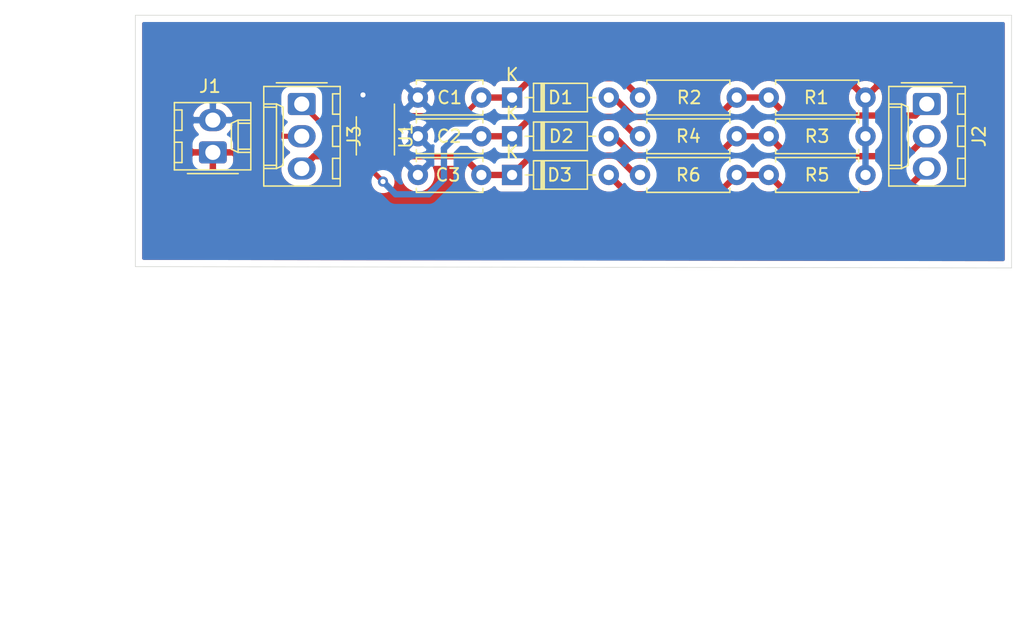
<source format=kicad_pcb>
(kicad_pcb (version 20171130) (host pcbnew 5.1.12-1.fc35)

  (general
    (thickness 1.6)
    (drawings 4)
    (tracks 74)
    (zones 0)
    (modules 16)
    (nets 13)
  )

  (page A4)
  (layers
    (0 F.Cu signal)
    (31 B.Cu signal)
    (32 B.Adhes user hide)
    (33 F.Adhes user hide)
    (34 B.Paste user hide)
    (35 F.Paste user hide)
    (36 B.SilkS user)
    (37 F.SilkS user)
    (38 B.Mask user hide)
    (39 F.Mask user hide)
    (40 Dwgs.User user)
    (41 Cmts.User user)
    (42 Eco1.User user hide)
    (43 Eco2.User user hide)
    (44 Edge.Cuts user)
    (45 Margin user)
    (46 B.CrtYd user hide)
    (47 F.CrtYd user)
    (48 B.Fab user hide)
    (49 F.Fab user hide)
  )

  (setup
    (last_trace_width 0.4)
    (user_trace_width 0.4)
    (user_trace_width 0.5)
    (user_trace_width 0.75)
    (user_trace_width 1)
    (trace_clearance 0.2)
    (zone_clearance 0.508)
    (zone_45_only no)
    (trace_min 0.2)
    (via_size 0.8)
    (via_drill 0.4)
    (via_min_size 0.4)
    (via_min_drill 0.3)
    (uvia_size 0.3)
    (uvia_drill 0.1)
    (uvias_allowed no)
    (uvia_min_size 0.2)
    (uvia_min_drill 0.1)
    (edge_width 0.05)
    (segment_width 0.2)
    (pcb_text_width 0.3)
    (pcb_text_size 1.5 1.5)
    (mod_edge_width 0.12)
    (mod_text_size 1 1)
    (mod_text_width 0.15)
    (pad_size 1.524 1.524)
    (pad_drill 0.762)
    (pad_to_mask_clearance 0)
    (aux_axis_origin 0 0)
    (visible_elements FFFFFF7F)
    (pcbplotparams
      (layerselection 0x010fc_ffffffff)
      (usegerberextensions false)
      (usegerberattributes true)
      (usegerberadvancedattributes true)
      (creategerberjobfile true)
      (excludeedgelayer true)
      (linewidth 0.100000)
      (plotframeref false)
      (viasonmask false)
      (mode 1)
      (useauxorigin false)
      (hpglpennumber 1)
      (hpglpenspeed 20)
      (hpglpendiameter 15.000000)
      (psnegative false)
      (psa4output false)
      (plotreference true)
      (plotvalue true)
      (plotinvisibletext false)
      (padsonsilk false)
      (subtractmaskfromsilk false)
      (outputformat 1)
      (mirror false)
      (drillshape 1)
      (scaleselection 1)
      (outputdirectory ""))
  )

  (net 0 "")
  (net 1 Trig_1)
  (net 2 GND)
  (net 3 Trig_2)
  (net 4 Trig_3)
  (net 5 Sig_1)
  (net 6 Sig_2)
  (net 7 Sig_3)
  (net 8 "Net-(J3-Pad3)")
  (net 9 "Net-(J3-Pad2)")
  (net 10 "Net-(J3-Pad1)")
  (net 11 /+5v)
  (net 12 VCC)

  (net_class Default "This is the default net class."
    (clearance 0.2)
    (trace_width 0.25)
    (via_dia 0.8)
    (via_drill 0.4)
    (uvia_dia 0.3)
    (uvia_drill 0.1)
    (add_net /+5v)
    (add_net GND)
    (add_net "Net-(J3-Pad1)")
    (add_net "Net-(J3-Pad2)")
    (add_net "Net-(J3-Pad3)")
    (add_net Sig_1)
    (add_net Sig_2)
    (add_net Sig_3)
    (add_net Trig_1)
    (add_net Trig_2)
    (add_net Trig_3)
    (add_net VCC)
  )

  (module Connector_Molex:Molex_KK-254_AE-6410-03A_1x03_P2.54mm_Vertical (layer F.Cu) (tedit 5EA53D3B) (tstamp 619E561B)
    (at 233.326 64.191 270)
    (descr "Molex KK-254 Interconnect System, old/engineering part number: AE-6410-03A example for new part number: 22-27-2031, 3 Pins (http://www.molex.com/pdm_docs/sd/022272021_sd.pdf), generated with kicad-footprint-generator")
    (tags "connector Molex KK-254 vertical")
    (path /61B590AC)
    (fp_text reference J2 (at 2.54 -4.12 90) (layer F.SilkS)
      (effects (font (size 1 1) (thickness 0.15)))
    )
    (fp_text value Sig_In (at 2.54 4.08 90) (layer F.Fab)
      (effects (font (size 1 1) (thickness 0.15)))
    )
    (fp_line (start 6.85 -3.42) (end -1.77 -3.42) (layer F.CrtYd) (width 0.05))
    (fp_line (start 6.85 3.38) (end 6.85 -3.42) (layer F.CrtYd) (width 0.05))
    (fp_line (start -1.77 3.38) (end 6.85 3.38) (layer F.CrtYd) (width 0.05))
    (fp_line (start -1.77 -3.42) (end -1.77 3.38) (layer F.CrtYd) (width 0.05))
    (fp_line (start 5.88 -2.43) (end 5.88 -3.03) (layer F.SilkS) (width 0.12))
    (fp_line (start 4.28 -2.43) (end 5.88 -2.43) (layer F.SilkS) (width 0.12))
    (fp_line (start 4.28 -3.03) (end 4.28 -2.43) (layer F.SilkS) (width 0.12))
    (fp_line (start 3.34 -2.43) (end 3.34 -3.03) (layer F.SilkS) (width 0.12))
    (fp_line (start 1.74 -2.43) (end 3.34 -2.43) (layer F.SilkS) (width 0.12))
    (fp_line (start 1.74 -3.03) (end 1.74 -2.43) (layer F.SilkS) (width 0.12))
    (fp_line (start 0.8 -2.43) (end 0.8 -3.03) (layer F.SilkS) (width 0.12))
    (fp_line (start -0.8 -2.43) (end 0.8 -2.43) (layer F.SilkS) (width 0.12))
    (fp_line (start -0.8 -3.03) (end -0.8 -2.43) (layer F.SilkS) (width 0.12))
    (fp_line (start 4.83 2.99) (end 4.83 1.99) (layer F.SilkS) (width 0.12))
    (fp_line (start 0.25 2.99) (end 0.25 1.99) (layer F.SilkS) (width 0.12))
    (fp_line (start 4.83 1.46) (end 5.08 1.99) (layer F.SilkS) (width 0.12))
    (fp_line (start 0.25 1.46) (end 4.83 1.46) (layer F.SilkS) (width 0.12))
    (fp_line (start 0 1.99) (end 0.25 1.46) (layer F.SilkS) (width 0.12))
    (fp_line (start 5.08 1.99) (end 5.08 2.99) (layer F.SilkS) (width 0.12))
    (fp_line (start 0 1.99) (end 5.08 1.99) (layer F.SilkS) (width 0.12))
    (fp_line (start 0 2.99) (end 0 1.99) (layer F.SilkS) (width 0.12))
    (fp_line (start -0.562893 0) (end -1.27 0.5) (layer F.Fab) (width 0.1))
    (fp_line (start -1.27 -0.5) (end -0.562893 0) (layer F.Fab) (width 0.1))
    (fp_line (start -1.67 -2) (end -1.67 2) (layer F.SilkS) (width 0.12))
    (fp_line (start 6.46 -3.03) (end -1.38 -3.03) (layer F.SilkS) (width 0.12))
    (fp_line (start 6.46 2.99) (end 6.46 -3.03) (layer F.SilkS) (width 0.12))
    (fp_line (start -1.38 2.99) (end 6.46 2.99) (layer F.SilkS) (width 0.12))
    (fp_line (start -1.38 -3.03) (end -1.38 2.99) (layer F.SilkS) (width 0.12))
    (fp_line (start 6.35 -2.92) (end -1.27 -2.92) (layer F.Fab) (width 0.1))
    (fp_line (start 6.35 2.88) (end 6.35 -2.92) (layer F.Fab) (width 0.1))
    (fp_line (start -1.27 2.88) (end 6.35 2.88) (layer F.Fab) (width 0.1))
    (fp_line (start -1.27 -2.92) (end -1.27 2.88) (layer F.Fab) (width 0.1))
    (fp_text user %R (at 2.54 -2.22 90) (layer F.Fab)
      (effects (font (size 1 1) (thickness 0.15)))
    )
    (pad 1 thru_hole roundrect (at 0 0 270) (size 1.74 2.19) (drill 1.19) (layers *.Cu *.Mask) (roundrect_rratio 0.143678)
      (net 5 Sig_1))
    (pad 2 thru_hole oval (at 2.54 0 270) (size 1.74 2.19) (drill 1.19) (layers *.Cu *.Mask)
      (net 6 Sig_2))
    (pad 3 thru_hole oval (at 5.08 0 270) (size 1.74 2.19) (drill 1.19) (layers *.Cu *.Mask)
      (net 7 Sig_3))
    (model ${KISYS3DMOD}/Connector_Molex.3dshapes/Molex_KK-254_AE-6410-03A_1x03_P2.54mm_Vertical.wrl
      (at (xyz 0 0 0))
      (scale (xyz 1 1 1))
      (rotate (xyz 0 0 0))
    )
  )

  (module Package_SO:SSOP-8_2.95x2.8mm_P0.65mm (layer F.Cu) (tedit 5A02F25C) (tstamp 619E51D4)
    (at 189.9 66.7 270)
    (descr "SSOP-8 2.9 x2.8mm Pitch 0.65mm")
    (tags "SSOP-8 2.95x2.8mm Pitch 0.65mm")
    (path /619EC3D6)
    (attr smd)
    (fp_text reference U1 (at 0 -2.4 90) (layer F.SilkS)
      (effects (font (size 1 1) (thickness 0.15)))
    )
    (fp_text value 74LVC3G14 (at 0 2.6 90) (layer F.Fab)
      (effects (font (size 1 1) (thickness 0.15)))
    )
    (fp_line (start 1.475 -1.4) (end 1.475 1.4) (layer F.Fab) (width 0.1))
    (fp_line (start 1.475 1.4) (end -1.475 1.4) (layer F.Fab) (width 0.1))
    (fp_line (start -1.475 1.4) (end -1.475 -0.7) (layer F.Fab) (width 0.1))
    (fp_line (start -0.475 -1.4) (end 1.475 -1.4) (layer F.Fab) (width 0.1))
    (fp_line (start -0.475 -1.4) (end -1.475 -0.7) (layer F.Fab) (width 0.1))
    (fp_line (start 1.5 -1.5) (end -2.5 -1.5) (layer F.SilkS) (width 0.12))
    (fp_line (start 1.5 1.5) (end -1.5 1.5) (layer F.SilkS) (width 0.12))
    (fp_line (start 2.75 -1.65) (end 2.75 1.65) (layer F.CrtYd) (width 0.05))
    (fp_line (start 2.75 1.65) (end -2.75 1.65) (layer F.CrtYd) (width 0.05))
    (fp_line (start -2.75 1.65) (end -2.75 -1.65) (layer F.CrtYd) (width 0.05))
    (fp_line (start -2.75 -1.65) (end 2.75 -1.65) (layer F.CrtYd) (width 0.05))
    (fp_text user %R (at 0 0 90) (layer F.Fab)
      (effects (font (size 0.6 0.6) (thickness 0.15)))
    )
    (pad 1 smd rect (at -1.7 -0.975 180) (size 0.3 1.6) (layers F.Cu F.Paste F.Mask)
      (net 1 Trig_1))
    (pad 2 smd rect (at -1.7 -0.325 180) (size 0.3 1.6) (layers F.Cu F.Paste F.Mask)
      (net 9 "Net-(J3-Pad2)"))
    (pad 3 smd rect (at -1.7 0.325 180) (size 0.3 1.6) (layers F.Cu F.Paste F.Mask)
      (net 4 Trig_3))
    (pad 4 smd rect (at -1.7 0.975 180) (size 0.3 1.6) (layers F.Cu F.Paste F.Mask)
      (net 2 GND))
    (pad 5 smd rect (at 1.7 0.975 180) (size 0.3 1.6) (layers F.Cu F.Paste F.Mask)
      (net 8 "Net-(J3-Pad3)"))
    (pad 6 smd rect (at 1.7 0.325 180) (size 0.3 1.6) (layers F.Cu F.Paste F.Mask)
      (net 3 Trig_2))
    (pad 7 smd rect (at 1.7 -0.325 180) (size 0.3 1.6) (layers F.Cu F.Paste F.Mask)
      (net 10 "Net-(J3-Pad1)"))
    (pad 8 smd rect (at 1.7 -0.975 180) (size 0.3 1.6) (layers F.Cu F.Paste F.Mask)
      (net 12 VCC))
    (model ${KISYS3DMOD}/Package_SO.3dshapes/SSOP-8_2.95x2.8mm_P0.65mm.wrl
      (at (xyz 0 0 0))
      (scale (xyz 1 1 1))
      (rotate (xyz 0 0 0))
    )
  )

  (module Resistor_THT:R_Axial_DIN0207_L6.3mm_D2.5mm_P7.62mm_Horizontal (layer F.Cu) (tedit 5AE5139B) (tstamp 619D7E41)
    (at 228.5 69.779 180)
    (descr "Resistor, Axial_DIN0207 series, Axial, Horizontal, pin pitch=7.62mm, 0.25W = 1/4W, length*diameter=6.3*2.5mm^2, http://cdn-reichelt.de/documents/datenblatt/B400/1_4W%23YAG.pdf")
    (tags "Resistor Axial_DIN0207 series Axial Horizontal pin pitch 7.62mm 0.25W = 1/4W length 6.3mm diameter 2.5mm")
    (path /61A01A35)
    (fp_text reference R5 (at 3.81 0) (layer F.SilkS)
      (effects (font (size 1 1) (thickness 0.15)))
    )
    (fp_text value 82K (at 3.81 2.37) (layer F.Fab)
      (effects (font (size 1 1) (thickness 0.15)))
    )
    (fp_line (start 8.67 -1.5) (end -1.05 -1.5) (layer F.CrtYd) (width 0.05))
    (fp_line (start 8.67 1.5) (end 8.67 -1.5) (layer F.CrtYd) (width 0.05))
    (fp_line (start -1.05 1.5) (end 8.67 1.5) (layer F.CrtYd) (width 0.05))
    (fp_line (start -1.05 -1.5) (end -1.05 1.5) (layer F.CrtYd) (width 0.05))
    (fp_line (start 7.08 1.37) (end 7.08 1.04) (layer F.SilkS) (width 0.12))
    (fp_line (start 0.54 1.37) (end 7.08 1.37) (layer F.SilkS) (width 0.12))
    (fp_line (start 0.54 1.04) (end 0.54 1.37) (layer F.SilkS) (width 0.12))
    (fp_line (start 7.08 -1.37) (end 7.08 -1.04) (layer F.SilkS) (width 0.12))
    (fp_line (start 0.54 -1.37) (end 7.08 -1.37) (layer F.SilkS) (width 0.12))
    (fp_line (start 0.54 -1.04) (end 0.54 -1.37) (layer F.SilkS) (width 0.12))
    (fp_line (start 7.62 0) (end 6.96 0) (layer F.Fab) (width 0.1))
    (fp_line (start 0 0) (end 0.66 0) (layer F.Fab) (width 0.1))
    (fp_line (start 6.96 -1.25) (end 0.66 -1.25) (layer F.Fab) (width 0.1))
    (fp_line (start 6.96 1.25) (end 6.96 -1.25) (layer F.Fab) (width 0.1))
    (fp_line (start 0.66 1.25) (end 6.96 1.25) (layer F.Fab) (width 0.1))
    (fp_line (start 0.66 -1.25) (end 0.66 1.25) (layer F.Fab) (width 0.1))
    (fp_text user %R (at 3.81 0) (layer F.Fab)
      (effects (font (size 1 1) (thickness 0.15)))
    )
    (pad 1 thru_hole circle (at 0 0 180) (size 1.6 1.6) (drill 0.8) (layers *.Cu *.Mask)
      (net 11 /+5v))
    (pad 2 thru_hole oval (at 7.62 0 180) (size 1.6 1.6) (drill 0.8) (layers *.Cu *.Mask)
      (net 7 Sig_3))
    (model ${KISYS3DMOD}/Resistor_THT.3dshapes/R_Axial_DIN0207_L6.3mm_D2.5mm_P7.62mm_Horizontal.wrl
      (at (xyz 0 0 0))
      (scale (xyz 1 1 1))
      (rotate (xyz 0 0 0))
    )
  )

  (module Capacitor_THT:C_Disc_D5.0mm_W2.5mm_P5.00mm (layer F.Cu) (tedit 5AE50EF0) (tstamp 619D7C49)
    (at 198.248888 69.779 180)
    (descr "C, Disc series, Radial, pin pitch=5.00mm, , diameter*width=5*2.5mm^2, Capacitor, http://cdn-reichelt.de/documents/datenblatt/B300/DS_KERKO_TC.pdf")
    (tags "C Disc series Radial pin pitch 5.00mm  diameter 5mm width 2.5mm Capacitor")
    (path /61A01A4F)
    (fp_text reference C3 (at 2.627 0) (layer F.SilkS)
      (effects (font (size 1 1) (thickness 0.15)))
    )
    (fp_text value 100nF (at 2.5 2.5) (layer F.Fab)
      (effects (font (size 1 1) (thickness 0.15)))
    )
    (fp_line (start 6.05 -1.5) (end -1.05 -1.5) (layer F.CrtYd) (width 0.05))
    (fp_line (start 6.05 1.5) (end 6.05 -1.5) (layer F.CrtYd) (width 0.05))
    (fp_line (start -1.05 1.5) (end 6.05 1.5) (layer F.CrtYd) (width 0.05))
    (fp_line (start -1.05 -1.5) (end -1.05 1.5) (layer F.CrtYd) (width 0.05))
    (fp_line (start 5.12 1.055) (end 5.12 1.37) (layer F.SilkS) (width 0.12))
    (fp_line (start 5.12 -1.37) (end 5.12 -1.055) (layer F.SilkS) (width 0.12))
    (fp_line (start -0.12 1.055) (end -0.12 1.37) (layer F.SilkS) (width 0.12))
    (fp_line (start -0.12 -1.37) (end -0.12 -1.055) (layer F.SilkS) (width 0.12))
    (fp_line (start -0.12 1.37) (end 5.12 1.37) (layer F.SilkS) (width 0.12))
    (fp_line (start -0.12 -1.37) (end 5.12 -1.37) (layer F.SilkS) (width 0.12))
    (fp_line (start 5 -1.25) (end 0 -1.25) (layer F.Fab) (width 0.1))
    (fp_line (start 5 1.25) (end 5 -1.25) (layer F.Fab) (width 0.1))
    (fp_line (start 0 1.25) (end 5 1.25) (layer F.Fab) (width 0.1))
    (fp_line (start 0 -1.25) (end 0 1.25) (layer F.Fab) (width 0.1))
    (fp_text user %R (at 2.5 0) (layer F.Fab)
      (effects (font (size 1 1) (thickness 0.15)))
    )
    (pad 1 thru_hole circle (at 0 0 180) (size 1.6 1.6) (drill 0.8) (layers *.Cu *.Mask)
      (net 4 Trig_3))
    (pad 2 thru_hole circle (at 5 0 180) (size 1.6 1.6) (drill 0.8) (layers *.Cu *.Mask)
      (net 2 GND))
    (model ${KISYS3DMOD}/Capacitor_THT.3dshapes/C_Disc_D5.0mm_W2.5mm_P5.00mm.wrl
      (at (xyz 0 0 0))
      (scale (xyz 1 1 1))
      (rotate (xyz 0 0 0))
    )
  )

  (module Capacitor_THT:C_Disc_D5.0mm_W2.5mm_P5.00mm (layer F.Cu) (tedit 5AE50EF0) (tstamp 619D7C34)
    (at 198.248888 66.731 180)
    (descr "C, Disc series, Radial, pin pitch=5.00mm, , diameter*width=5*2.5mm^2, Capacitor, http://cdn-reichelt.de/documents/datenblatt/B300/DS_KERKO_TC.pdf")
    (tags "C Disc series Radial pin pitch 5.00mm  diameter 5mm width 2.5mm Capacitor")
    (path /619FE161)
    (fp_text reference C2 (at 2.54 0) (layer F.SilkS)
      (effects (font (size 1 1) (thickness 0.15)))
    )
    (fp_text value 100nF (at 2.5 2.5) (layer F.Fab)
      (effects (font (size 1 1) (thickness 0.15)))
    )
    (fp_line (start 0 -1.25) (end 0 1.25) (layer F.Fab) (width 0.1))
    (fp_line (start 0 1.25) (end 5 1.25) (layer F.Fab) (width 0.1))
    (fp_line (start 5 1.25) (end 5 -1.25) (layer F.Fab) (width 0.1))
    (fp_line (start 5 -1.25) (end 0 -1.25) (layer F.Fab) (width 0.1))
    (fp_line (start -0.12 -1.37) (end 5.12 -1.37) (layer F.SilkS) (width 0.12))
    (fp_line (start -0.12 1.37) (end 5.12 1.37) (layer F.SilkS) (width 0.12))
    (fp_line (start -0.12 -1.37) (end -0.12 -1.055) (layer F.SilkS) (width 0.12))
    (fp_line (start -0.12 1.055) (end -0.12 1.37) (layer F.SilkS) (width 0.12))
    (fp_line (start 5.12 -1.37) (end 5.12 -1.055) (layer F.SilkS) (width 0.12))
    (fp_line (start 5.12 1.055) (end 5.12 1.37) (layer F.SilkS) (width 0.12))
    (fp_line (start -1.05 -1.5) (end -1.05 1.5) (layer F.CrtYd) (width 0.05))
    (fp_line (start -1.05 1.5) (end 6.05 1.5) (layer F.CrtYd) (width 0.05))
    (fp_line (start 6.05 1.5) (end 6.05 -1.5) (layer F.CrtYd) (width 0.05))
    (fp_line (start 6.05 -1.5) (end -1.05 -1.5) (layer F.CrtYd) (width 0.05))
    (fp_text user %R (at 2.5 0) (layer F.Fab)
      (effects (font (size 1 1) (thickness 0.15)))
    )
    (pad 2 thru_hole circle (at 5 0 180) (size 1.6 1.6) (drill 0.8) (layers *.Cu *.Mask)
      (net 2 GND))
    (pad 1 thru_hole circle (at 0 0 180) (size 1.6 1.6) (drill 0.8) (layers *.Cu *.Mask)
      (net 3 Trig_2))
    (model ${KISYS3DMOD}/Capacitor_THT.3dshapes/C_Disc_D5.0mm_W2.5mm_P5.00mm.wrl
      (at (xyz 0 0 0))
      (scale (xyz 1 1 1))
      (rotate (xyz 0 0 0))
    )
  )

  (module Diode_THT:D_DO-35_SOD27_P7.62mm_Horizontal (layer F.Cu) (tedit 5AE50CD5) (tstamp 619D90E1)
    (at 200.665833 63.683)
    (descr "Diode, DO-35_SOD27 series, Axial, Horizontal, pin pitch=7.62mm, , length*diameter=4*2mm^2, , http://www.diodes.com/_files/packages/DO-35.pdf")
    (tags "Diode DO-35_SOD27 series Axial Horizontal pin pitch 7.62mm  length 4mm diameter 2mm")
    (path /619D2140)
    (fp_text reference D1 (at 3.81 0) (layer F.SilkS)
      (effects (font (size 1 1) (thickness 0.15)))
    )
    (fp_text value 1N4148 (at 3.81 2.12) (layer F.Fab)
      (effects (font (size 1 1) (thickness 0.15)))
    )
    (fp_line (start 8.67 -1.25) (end -1.05 -1.25) (layer F.CrtYd) (width 0.05))
    (fp_line (start 8.67 1.25) (end 8.67 -1.25) (layer F.CrtYd) (width 0.05))
    (fp_line (start -1.05 1.25) (end 8.67 1.25) (layer F.CrtYd) (width 0.05))
    (fp_line (start -1.05 -1.25) (end -1.05 1.25) (layer F.CrtYd) (width 0.05))
    (fp_line (start 2.29 -1.12) (end 2.29 1.12) (layer F.SilkS) (width 0.12))
    (fp_line (start 2.53 -1.12) (end 2.53 1.12) (layer F.SilkS) (width 0.12))
    (fp_line (start 2.41 -1.12) (end 2.41 1.12) (layer F.SilkS) (width 0.12))
    (fp_line (start 6.58 0) (end 5.93 0) (layer F.SilkS) (width 0.12))
    (fp_line (start 1.04 0) (end 1.69 0) (layer F.SilkS) (width 0.12))
    (fp_line (start 5.93 -1.12) (end 1.69 -1.12) (layer F.SilkS) (width 0.12))
    (fp_line (start 5.93 1.12) (end 5.93 -1.12) (layer F.SilkS) (width 0.12))
    (fp_line (start 1.69 1.12) (end 5.93 1.12) (layer F.SilkS) (width 0.12))
    (fp_line (start 1.69 -1.12) (end 1.69 1.12) (layer F.SilkS) (width 0.12))
    (fp_line (start 2.31 -1) (end 2.31 1) (layer F.Fab) (width 0.1))
    (fp_line (start 2.51 -1) (end 2.51 1) (layer F.Fab) (width 0.1))
    (fp_line (start 2.41 -1) (end 2.41 1) (layer F.Fab) (width 0.1))
    (fp_line (start 7.62 0) (end 5.81 0) (layer F.Fab) (width 0.1))
    (fp_line (start 0 0) (end 1.81 0) (layer F.Fab) (width 0.1))
    (fp_line (start 5.81 -1) (end 1.81 -1) (layer F.Fab) (width 0.1))
    (fp_line (start 5.81 1) (end 5.81 -1) (layer F.Fab) (width 0.1))
    (fp_line (start 1.81 1) (end 5.81 1) (layer F.Fab) (width 0.1))
    (fp_line (start 1.81 -1) (end 1.81 1) (layer F.Fab) (width 0.1))
    (fp_text user %R (at 4.11 0) (layer F.Fab)
      (effects (font (size 0.8 0.8) (thickness 0.12)))
    )
    (fp_text user K (at 0 -1.8) (layer F.Fab)
      (effects (font (size 1 1) (thickness 0.15)))
    )
    (fp_text user K (at 0 -1.8) (layer F.SilkS)
      (effects (font (size 1 1) (thickness 0.15)))
    )
    (pad 1 thru_hole rect (at 0 0) (size 1.6 1.6) (drill 0.8) (layers *.Cu *.Mask)
      (net 1 Trig_1))
    (pad 2 thru_hole oval (at 7.62 0) (size 1.6 1.6) (drill 0.8) (layers *.Cu *.Mask)
      (net 5 Sig_1))
    (model ${KISYS3DMOD}/Diode_THT.3dshapes/D_DO-35_SOD27_P7.62mm_Horizontal.wrl
      (at (xyz 0 0 0))
      (scale (xyz 1 1 1))
      (rotate (xyz 0 0 0))
    )
  )

  (module Connector_Molex:Molex_KK-254_AE-6410-02A_1x02_P2.54mm_Vertical (layer F.Cu) (tedit 5EA53D3B) (tstamp 619E1A53)
    (at 177.1 68.001 90)
    (descr "Molex KK-254 Interconnect System, old/engineering part number: AE-6410-02A example for new part number: 22-27-2021, 2 Pins (http://www.molex.com/pdm_docs/sd/022272021_sd.pdf), generated with kicad-footprint-generator")
    (tags "connector Molex KK-254 vertical")
    (path /61B21F5A)
    (fp_text reference J1 (at 5.207 -0.2305 180) (layer F.SilkS)
      (effects (font (size 1 1) (thickness 0.15)))
    )
    (fp_text value Pwr (at 1.27 4.08 90) (layer F.Fab)
      (effects (font (size 1 1) (thickness 0.15)))
    )
    (fp_line (start 4.31 -3.42) (end -1.77 -3.42) (layer F.CrtYd) (width 0.05))
    (fp_line (start 4.31 3.38) (end 4.31 -3.42) (layer F.CrtYd) (width 0.05))
    (fp_line (start -1.77 3.38) (end 4.31 3.38) (layer F.CrtYd) (width 0.05))
    (fp_line (start -1.77 -3.42) (end -1.77 3.38) (layer F.CrtYd) (width 0.05))
    (fp_line (start 3.34 -2.43) (end 3.34 -3.03) (layer F.SilkS) (width 0.12))
    (fp_line (start 1.74 -2.43) (end 3.34 -2.43) (layer F.SilkS) (width 0.12))
    (fp_line (start 1.74 -3.03) (end 1.74 -2.43) (layer F.SilkS) (width 0.12))
    (fp_line (start 0.8 -2.43) (end 0.8 -3.03) (layer F.SilkS) (width 0.12))
    (fp_line (start -0.8 -2.43) (end 0.8 -2.43) (layer F.SilkS) (width 0.12))
    (fp_line (start -0.8 -3.03) (end -0.8 -2.43) (layer F.SilkS) (width 0.12))
    (fp_line (start 2.29 2.99) (end 2.29 1.99) (layer F.SilkS) (width 0.12))
    (fp_line (start 0.25 2.99) (end 0.25 1.99) (layer F.SilkS) (width 0.12))
    (fp_line (start 2.29 1.46) (end 2.54 1.99) (layer F.SilkS) (width 0.12))
    (fp_line (start 0.25 1.46) (end 2.29 1.46) (layer F.SilkS) (width 0.12))
    (fp_line (start 0 1.99) (end 0.25 1.46) (layer F.SilkS) (width 0.12))
    (fp_line (start 2.54 1.99) (end 2.54 2.99) (layer F.SilkS) (width 0.12))
    (fp_line (start 0 1.99) (end 2.54 1.99) (layer F.SilkS) (width 0.12))
    (fp_line (start 0 2.99) (end 0 1.99) (layer F.SilkS) (width 0.12))
    (fp_line (start -0.562893 0) (end -1.27 0.5) (layer F.Fab) (width 0.1))
    (fp_line (start -1.27 -0.5) (end -0.562893 0) (layer F.Fab) (width 0.1))
    (fp_line (start -1.67 -2) (end -1.67 2) (layer F.SilkS) (width 0.12))
    (fp_line (start 3.92 -3.03) (end -1.38 -3.03) (layer F.SilkS) (width 0.12))
    (fp_line (start 3.92 2.99) (end 3.92 -3.03) (layer F.SilkS) (width 0.12))
    (fp_line (start -1.38 2.99) (end 3.92 2.99) (layer F.SilkS) (width 0.12))
    (fp_line (start -1.38 -3.03) (end -1.38 2.99) (layer F.SilkS) (width 0.12))
    (fp_line (start 3.81 -2.92) (end -1.27 -2.92) (layer F.Fab) (width 0.1))
    (fp_line (start 3.81 2.88) (end 3.81 -2.92) (layer F.Fab) (width 0.1))
    (fp_line (start -1.27 2.88) (end 3.81 2.88) (layer F.Fab) (width 0.1))
    (fp_line (start -1.27 -2.92) (end -1.27 2.88) (layer F.Fab) (width 0.1))
    (fp_text user %R (at 1.27 -2.22 90) (layer F.Fab)
      (effects (font (size 1 1) (thickness 0.15)))
    )
    (pad 1 thru_hole roundrect (at 0 0 90) (size 1.74 2.19) (drill 1.19) (layers *.Cu *.Mask) (roundrect_rratio 0.143678)
      (net 11 /+5v))
    (pad 2 thru_hole oval (at 2.54 0 90) (size 1.74 2.19) (drill 1.19) (layers *.Cu *.Mask)
      (net 2 GND))
    (model ${KISYS3DMOD}/Connector_Molex.3dshapes/Molex_KK-254_AE-6410-02A_1x02_P2.54mm_Vertical.wrl
      (at (xyz 0 0 0))
      (scale (xyz 1 1 1))
      (rotate (xyz 0 0 0))
    )
  )

  (module Capacitor_THT:C_Disc_D5.0mm_W2.5mm_P5.00mm (layer F.Cu) (tedit 5AE50EF0) (tstamp 619D7C1F)
    (at 198.248888 63.683 180)
    (descr "C, Disc series, Radial, pin pitch=5.00mm, , diameter*width=5*2.5mm^2, Capacitor, http://cdn-reichelt.de/documents/datenblatt/B300/DS_KERKO_TC.pdf")
    (tags "C Disc series Radial pin pitch 5.00mm  diameter 5mm width 2.5mm Capacitor")
    (path /619D2E8F)
    (fp_text reference C1 (at 2.5 0) (layer F.SilkS)
      (effects (font (size 1 1) (thickness 0.15)))
    )
    (fp_text value 100nF (at 2.5 2.5) (layer F.Fab)
      (effects (font (size 1 1) (thickness 0.15)))
    )
    (fp_line (start 6.05 -1.5) (end -1.05 -1.5) (layer F.CrtYd) (width 0.05))
    (fp_line (start 6.05 1.5) (end 6.05 -1.5) (layer F.CrtYd) (width 0.05))
    (fp_line (start -1.05 1.5) (end 6.05 1.5) (layer F.CrtYd) (width 0.05))
    (fp_line (start -1.05 -1.5) (end -1.05 1.5) (layer F.CrtYd) (width 0.05))
    (fp_line (start 5.12 1.055) (end 5.12 1.37) (layer F.SilkS) (width 0.12))
    (fp_line (start 5.12 -1.37) (end 5.12 -1.055) (layer F.SilkS) (width 0.12))
    (fp_line (start -0.12 1.055) (end -0.12 1.37) (layer F.SilkS) (width 0.12))
    (fp_line (start -0.12 -1.37) (end -0.12 -1.055) (layer F.SilkS) (width 0.12))
    (fp_line (start -0.12 1.37) (end 5.12 1.37) (layer F.SilkS) (width 0.12))
    (fp_line (start -0.12 -1.37) (end 5.12 -1.37) (layer F.SilkS) (width 0.12))
    (fp_line (start 5 -1.25) (end 0 -1.25) (layer F.Fab) (width 0.1))
    (fp_line (start 5 1.25) (end 5 -1.25) (layer F.Fab) (width 0.1))
    (fp_line (start 0 1.25) (end 5 1.25) (layer F.Fab) (width 0.1))
    (fp_line (start 0 -1.25) (end 0 1.25) (layer F.Fab) (width 0.1))
    (fp_text user %R (at 2.5 0) (layer F.Fab)
      (effects (font (size 1 1) (thickness 0.15)))
    )
    (pad 1 thru_hole circle (at 0 0 180) (size 1.6 1.6) (drill 0.8) (layers *.Cu *.Mask)
      (net 1 Trig_1))
    (pad 2 thru_hole circle (at 5 0 180) (size 1.6 1.6) (drill 0.8) (layers *.Cu *.Mask)
      (net 2 GND))
    (model ${KISYS3DMOD}/Capacitor_THT.3dshapes/C_Disc_D5.0mm_W2.5mm_P5.00mm.wrl
      (at (xyz 0 0 0))
      (scale (xyz 1 1 1))
      (rotate (xyz 0 0 0))
    )
  )

  (module Diode_THT:D_DO-35_SOD27_P7.62mm_Horizontal (layer F.Cu) (tedit 5AE50CD5) (tstamp 619E08C5)
    (at 200.665833 66.731)
    (descr "Diode, DO-35_SOD27 series, Axial, Horizontal, pin pitch=7.62mm, , length*diameter=4*2mm^2, , http://www.diodes.com/_files/packages/DO-35.pdf")
    (tags "Diode DO-35_SOD27 series Axial Horizontal pin pitch 7.62mm  length 4mm diameter 2mm")
    (path /619FE15B)
    (fp_text reference D2 (at 3.8735 0) (layer F.SilkS)
      (effects (font (size 1 1) (thickness 0.15)))
    )
    (fp_text value 1N4148 (at 3.81 2.12) (layer F.Fab)
      (effects (font (size 1 1) (thickness 0.15)))
    )
    (fp_line (start 1.81 -1) (end 1.81 1) (layer F.Fab) (width 0.1))
    (fp_line (start 1.81 1) (end 5.81 1) (layer F.Fab) (width 0.1))
    (fp_line (start 5.81 1) (end 5.81 -1) (layer F.Fab) (width 0.1))
    (fp_line (start 5.81 -1) (end 1.81 -1) (layer F.Fab) (width 0.1))
    (fp_line (start 0 0) (end 1.81 0) (layer F.Fab) (width 0.1))
    (fp_line (start 7.62 0) (end 5.81 0) (layer F.Fab) (width 0.1))
    (fp_line (start 2.41 -1) (end 2.41 1) (layer F.Fab) (width 0.1))
    (fp_line (start 2.51 -1) (end 2.51 1) (layer F.Fab) (width 0.1))
    (fp_line (start 2.31 -1) (end 2.31 1) (layer F.Fab) (width 0.1))
    (fp_line (start 1.69 -1.12) (end 1.69 1.12) (layer F.SilkS) (width 0.12))
    (fp_line (start 1.69 1.12) (end 5.93 1.12) (layer F.SilkS) (width 0.12))
    (fp_line (start 5.93 1.12) (end 5.93 -1.12) (layer F.SilkS) (width 0.12))
    (fp_line (start 5.93 -1.12) (end 1.69 -1.12) (layer F.SilkS) (width 0.12))
    (fp_line (start 1.04 0) (end 1.69 0) (layer F.SilkS) (width 0.12))
    (fp_line (start 6.58 0) (end 5.93 0) (layer F.SilkS) (width 0.12))
    (fp_line (start 2.41 -1.12) (end 2.41 1.12) (layer F.SilkS) (width 0.12))
    (fp_line (start 2.53 -1.12) (end 2.53 1.12) (layer F.SilkS) (width 0.12))
    (fp_line (start 2.29 -1.12) (end 2.29 1.12) (layer F.SilkS) (width 0.12))
    (fp_line (start -1.05 -1.25) (end -1.05 1.25) (layer F.CrtYd) (width 0.05))
    (fp_line (start -1.05 1.25) (end 8.67 1.25) (layer F.CrtYd) (width 0.05))
    (fp_line (start 8.67 1.25) (end 8.67 -1.25) (layer F.CrtYd) (width 0.05))
    (fp_line (start 8.67 -1.25) (end -1.05 -1.25) (layer F.CrtYd) (width 0.05))
    (fp_text user K (at 0 -1.8) (layer F.SilkS)
      (effects (font (size 1 1) (thickness 0.15)))
    )
    (fp_text user K (at 0 -1.8) (layer F.Fab)
      (effects (font (size 1 1) (thickness 0.15)))
    )
    (fp_text user %R (at 4.11 0) (layer F.Fab)
      (effects (font (size 0.8 0.8) (thickness 0.12)))
    )
    (pad 2 thru_hole oval (at 7.62 0) (size 1.6 1.6) (drill 0.8) (layers *.Cu *.Mask)
      (net 6 Sig_2))
    (pad 1 thru_hole rect (at 0 0) (size 1.6 1.6) (drill 0.8) (layers *.Cu *.Mask)
      (net 3 Trig_2))
    (model ${KISYS3DMOD}/Diode_THT.3dshapes/D_DO-35_SOD27_P7.62mm_Horizontal.wrl
      (at (xyz 0 0 0))
      (scale (xyz 1 1 1))
      (rotate (xyz 0 0 0))
    )
  )

  (module Diode_THT:D_DO-35_SOD27_P7.62mm_Horizontal (layer F.Cu) (tedit 5AE50CD5) (tstamp 619D7CE5)
    (at 200.665833 69.779)
    (descr "Diode, DO-35_SOD27 series, Axial, Horizontal, pin pitch=7.62mm, , length*diameter=4*2mm^2, , http://www.diodes.com/_files/packages/DO-35.pdf")
    (tags "Diode DO-35_SOD27 series Axial Horizontal pin pitch 7.62mm  length 4mm diameter 2mm")
    (path /61A01A49)
    (fp_text reference D3 (at 3.7465 0) (layer F.SilkS)
      (effects (font (size 1 1) (thickness 0.15)))
    )
    (fp_text value 1N4148 (at 3.81 2.12) (layer F.Fab)
      (effects (font (size 1 1) (thickness 0.15)))
    )
    (fp_line (start 8.67 -1.25) (end -1.05 -1.25) (layer F.CrtYd) (width 0.05))
    (fp_line (start 8.67 1.25) (end 8.67 -1.25) (layer F.CrtYd) (width 0.05))
    (fp_line (start -1.05 1.25) (end 8.67 1.25) (layer F.CrtYd) (width 0.05))
    (fp_line (start -1.05 -1.25) (end -1.05 1.25) (layer F.CrtYd) (width 0.05))
    (fp_line (start 2.29 -1.12) (end 2.29 1.12) (layer F.SilkS) (width 0.12))
    (fp_line (start 2.53 -1.12) (end 2.53 1.12) (layer F.SilkS) (width 0.12))
    (fp_line (start 2.41 -1.12) (end 2.41 1.12) (layer F.SilkS) (width 0.12))
    (fp_line (start 6.58 0) (end 5.93 0) (layer F.SilkS) (width 0.12))
    (fp_line (start 1.04 0) (end 1.69 0) (layer F.SilkS) (width 0.12))
    (fp_line (start 5.93 -1.12) (end 1.69 -1.12) (layer F.SilkS) (width 0.12))
    (fp_line (start 5.93 1.12) (end 5.93 -1.12) (layer F.SilkS) (width 0.12))
    (fp_line (start 1.69 1.12) (end 5.93 1.12) (layer F.SilkS) (width 0.12))
    (fp_line (start 1.69 -1.12) (end 1.69 1.12) (layer F.SilkS) (width 0.12))
    (fp_line (start 2.31 -1) (end 2.31 1) (layer F.Fab) (width 0.1))
    (fp_line (start 2.51 -1) (end 2.51 1) (layer F.Fab) (width 0.1))
    (fp_line (start 2.41 -1) (end 2.41 1) (layer F.Fab) (width 0.1))
    (fp_line (start 7.62 0) (end 5.81 0) (layer F.Fab) (width 0.1))
    (fp_line (start 0 0) (end 1.81 0) (layer F.Fab) (width 0.1))
    (fp_line (start 5.81 -1) (end 1.81 -1) (layer F.Fab) (width 0.1))
    (fp_line (start 5.81 1) (end 5.81 -1) (layer F.Fab) (width 0.1))
    (fp_line (start 1.81 1) (end 5.81 1) (layer F.Fab) (width 0.1))
    (fp_line (start 1.81 -1) (end 1.81 1) (layer F.Fab) (width 0.1))
    (fp_text user %R (at 4.11 0) (layer F.Fab)
      (effects (font (size 0.8 0.8) (thickness 0.12)))
    )
    (fp_text user K (at 0 -1.8) (layer F.Fab)
      (effects (font (size 1 1) (thickness 0.15)))
    )
    (fp_text user K (at 0 -1.8) (layer F.SilkS)
      (effects (font (size 1 1) (thickness 0.15)))
    )
    (pad 1 thru_hole rect (at 0 0) (size 1.6 1.6) (drill 0.8) (layers *.Cu *.Mask)
      (net 4 Trig_3))
    (pad 2 thru_hole oval (at 7.62 0) (size 1.6 1.6) (drill 0.8) (layers *.Cu *.Mask)
      (net 7 Sig_3))
    (model ${KISYS3DMOD}/Diode_THT.3dshapes/D_DO-35_SOD27_P7.62mm_Horizontal.wrl
      (at (xyz 0 0 0))
      (scale (xyz 1 1 1))
      (rotate (xyz 0 0 0))
    )
  )

  (module Resistor_THT:R_Axial_DIN0207_L6.3mm_D2.5mm_P7.62mm_Horizontal (layer F.Cu) (tedit 5AE5139B) (tstamp 619E172A)
    (at 228.5 63.683 180)
    (descr "Resistor, Axial_DIN0207 series, Axial, Horizontal, pin pitch=7.62mm, 0.25W = 1/4W, length*diameter=6.3*2.5mm^2, http://cdn-reichelt.de/documents/datenblatt/B400/1_4W%23YAG.pdf")
    (tags "Resistor Axial_DIN0207 series Axial Horizontal pin pitch 7.62mm 0.25W = 1/4W length 6.3mm diameter 2.5mm")
    (path /619D386E)
    (fp_text reference R1 (at 3.8735 0) (layer F.SilkS)
      (effects (font (size 1 1) (thickness 0.15)))
    )
    (fp_text value 82K (at 3.81 2.37) (layer F.Fab)
      (effects (font (size 1 1) (thickness 0.15)))
    )
    (fp_line (start 0.66 -1.25) (end 0.66 1.25) (layer F.Fab) (width 0.1))
    (fp_line (start 0.66 1.25) (end 6.96 1.25) (layer F.Fab) (width 0.1))
    (fp_line (start 6.96 1.25) (end 6.96 -1.25) (layer F.Fab) (width 0.1))
    (fp_line (start 6.96 -1.25) (end 0.66 -1.25) (layer F.Fab) (width 0.1))
    (fp_line (start 0 0) (end 0.66 0) (layer F.Fab) (width 0.1))
    (fp_line (start 7.62 0) (end 6.96 0) (layer F.Fab) (width 0.1))
    (fp_line (start 0.54 -1.04) (end 0.54 -1.37) (layer F.SilkS) (width 0.12))
    (fp_line (start 0.54 -1.37) (end 7.08 -1.37) (layer F.SilkS) (width 0.12))
    (fp_line (start 7.08 -1.37) (end 7.08 -1.04) (layer F.SilkS) (width 0.12))
    (fp_line (start 0.54 1.04) (end 0.54 1.37) (layer F.SilkS) (width 0.12))
    (fp_line (start 0.54 1.37) (end 7.08 1.37) (layer F.SilkS) (width 0.12))
    (fp_line (start 7.08 1.37) (end 7.08 1.04) (layer F.SilkS) (width 0.12))
    (fp_line (start -1.05 -1.5) (end -1.05 1.5) (layer F.CrtYd) (width 0.05))
    (fp_line (start -1.05 1.5) (end 8.67 1.5) (layer F.CrtYd) (width 0.05))
    (fp_line (start 8.67 1.5) (end 8.67 -1.5) (layer F.CrtYd) (width 0.05))
    (fp_line (start 8.67 -1.5) (end -1.05 -1.5) (layer F.CrtYd) (width 0.05))
    (fp_text user %R (at 3.81 0) (layer F.Fab)
      (effects (font (size 1 1) (thickness 0.15)))
    )
    (pad 2 thru_hole oval (at 7.62 0 180) (size 1.6 1.6) (drill 0.8) (layers *.Cu *.Mask)
      (net 5 Sig_1))
    (pad 1 thru_hole circle (at 0 0 180) (size 1.6 1.6) (drill 0.8) (layers *.Cu *.Mask)
      (net 11 /+5v))
    (model ${KISYS3DMOD}/Resistor_THT.3dshapes/R_Axial_DIN0207_L6.3mm_D2.5mm_P7.62mm_Horizontal.wrl
      (at (xyz 0 0 0))
      (scale (xyz 1 1 1))
      (rotate (xyz 0 0 0))
    )
  )

  (module Resistor_THT:R_Axial_DIN0207_L6.3mm_D2.5mm_P7.62mm_Horizontal (layer F.Cu) (tedit 5AE5139B) (tstamp 619D7DFC)
    (at 210.741166 63.683)
    (descr "Resistor, Axial_DIN0207 series, Axial, Horizontal, pin pitch=7.62mm, 0.25W = 1/4W, length*diameter=6.3*2.5mm^2, http://cdn-reichelt.de/documents/datenblatt/B400/1_4W%23YAG.pdf")
    (tags "Resistor Axial_DIN0207 series Axial Horizontal pin pitch 7.62mm 0.25W = 1/4W length 6.3mm diameter 2.5mm")
    (path /619D627B)
    (fp_text reference R2 (at 3.8735 0) (layer F.SilkS)
      (effects (font (size 1 1) (thickness 0.15)))
    )
    (fp_text value 18K2 (at 3.81 2.37) (layer F.Fab)
      (effects (font (size 1 1) (thickness 0.15)))
    )
    (fp_line (start 0.66 -1.25) (end 0.66 1.25) (layer F.Fab) (width 0.1))
    (fp_line (start 0.66 1.25) (end 6.96 1.25) (layer F.Fab) (width 0.1))
    (fp_line (start 6.96 1.25) (end 6.96 -1.25) (layer F.Fab) (width 0.1))
    (fp_line (start 6.96 -1.25) (end 0.66 -1.25) (layer F.Fab) (width 0.1))
    (fp_line (start 0 0) (end 0.66 0) (layer F.Fab) (width 0.1))
    (fp_line (start 7.62 0) (end 6.96 0) (layer F.Fab) (width 0.1))
    (fp_line (start 0.54 -1.04) (end 0.54 -1.37) (layer F.SilkS) (width 0.12))
    (fp_line (start 0.54 -1.37) (end 7.08 -1.37) (layer F.SilkS) (width 0.12))
    (fp_line (start 7.08 -1.37) (end 7.08 -1.04) (layer F.SilkS) (width 0.12))
    (fp_line (start 0.54 1.04) (end 0.54 1.37) (layer F.SilkS) (width 0.12))
    (fp_line (start 0.54 1.37) (end 7.08 1.37) (layer F.SilkS) (width 0.12))
    (fp_line (start 7.08 1.37) (end 7.08 1.04) (layer F.SilkS) (width 0.12))
    (fp_line (start -1.05 -1.5) (end -1.05 1.5) (layer F.CrtYd) (width 0.05))
    (fp_line (start -1.05 1.5) (end 8.67 1.5) (layer F.CrtYd) (width 0.05))
    (fp_line (start 8.67 1.5) (end 8.67 -1.5) (layer F.CrtYd) (width 0.05))
    (fp_line (start 8.67 -1.5) (end -1.05 -1.5) (layer F.CrtYd) (width 0.05))
    (fp_text user %R (at 3.81 0) (layer F.Fab)
      (effects (font (size 1 1) (thickness 0.15)))
    )
    (pad 2 thru_hole oval (at 7.62 0) (size 1.6 1.6) (drill 0.8) (layers *.Cu *.Mask)
      (net 5 Sig_1))
    (pad 1 thru_hole circle (at 0 0) (size 1.6 1.6) (drill 0.8) (layers *.Cu *.Mask)
      (net 1 Trig_1))
    (model ${KISYS3DMOD}/Resistor_THT.3dshapes/R_Axial_DIN0207_L6.3mm_D2.5mm_P7.62mm_Horizontal.wrl
      (at (xyz 0 0 0))
      (scale (xyz 1 1 1))
      (rotate (xyz 0 0 0))
    )
  )

  (module Resistor_THT:R_Axial_DIN0207_L6.3mm_D2.5mm_P7.62mm_Horizontal (layer F.Cu) (tedit 5AE5139B) (tstamp 619DA08B)
    (at 228.5 66.731 180)
    (descr "Resistor, Axial_DIN0207 series, Axial, Horizontal, pin pitch=7.62mm, 0.25W = 1/4W, length*diameter=6.3*2.5mm^2, http://cdn-reichelt.de/documents/datenblatt/B400/1_4W%23YAG.pdf")
    (tags "Resistor Axial_DIN0207 series Axial Horizontal pin pitch 7.62mm 0.25W = 1/4W length 6.3mm diameter 2.5mm")
    (path /619FE147)
    (fp_text reference R3 (at 3.81 0) (layer F.SilkS)
      (effects (font (size 1 1) (thickness 0.15)))
    )
    (fp_text value 82K (at 3.81 2.37) (layer F.Fab)
      (effects (font (size 1 1) (thickness 0.15)))
    )
    (fp_line (start 0.66 -1.25) (end 0.66 1.25) (layer F.Fab) (width 0.1))
    (fp_line (start 0.66 1.25) (end 6.96 1.25) (layer F.Fab) (width 0.1))
    (fp_line (start 6.96 1.25) (end 6.96 -1.25) (layer F.Fab) (width 0.1))
    (fp_line (start 6.96 -1.25) (end 0.66 -1.25) (layer F.Fab) (width 0.1))
    (fp_line (start 0 0) (end 0.66 0) (layer F.Fab) (width 0.1))
    (fp_line (start 7.62 0) (end 6.96 0) (layer F.Fab) (width 0.1))
    (fp_line (start 0.54 -1.04) (end 0.54 -1.37) (layer F.SilkS) (width 0.12))
    (fp_line (start 0.54 -1.37) (end 7.08 -1.37) (layer F.SilkS) (width 0.12))
    (fp_line (start 7.08 -1.37) (end 7.08 -1.04) (layer F.SilkS) (width 0.12))
    (fp_line (start 0.54 1.04) (end 0.54 1.37) (layer F.SilkS) (width 0.12))
    (fp_line (start 0.54 1.37) (end 7.08 1.37) (layer F.SilkS) (width 0.12))
    (fp_line (start 7.08 1.37) (end 7.08 1.04) (layer F.SilkS) (width 0.12))
    (fp_line (start -1.05 -1.5) (end -1.05 1.5) (layer F.CrtYd) (width 0.05))
    (fp_line (start -1.05 1.5) (end 8.67 1.5) (layer F.CrtYd) (width 0.05))
    (fp_line (start 8.67 1.5) (end 8.67 -1.5) (layer F.CrtYd) (width 0.05))
    (fp_line (start 8.67 -1.5) (end -1.05 -1.5) (layer F.CrtYd) (width 0.05))
    (fp_text user %R (at 3.81 0) (layer F.Fab)
      (effects (font (size 1 1) (thickness 0.15)))
    )
    (pad 2 thru_hole oval (at 7.62 0 180) (size 1.6 1.6) (drill 0.8) (layers *.Cu *.Mask)
      (net 6 Sig_2))
    (pad 1 thru_hole circle (at 0 0 180) (size 1.6 1.6) (drill 0.8) (layers *.Cu *.Mask)
      (net 11 /+5v))
    (model ${KISYS3DMOD}/Resistor_THT.3dshapes/R_Axial_DIN0207_L6.3mm_D2.5mm_P7.62mm_Horizontal.wrl
      (at (xyz 0 0 0))
      (scale (xyz 1 1 1))
      (rotate (xyz 0 0 0))
    )
  )

  (module Resistor_THT:R_Axial_DIN0207_L6.3mm_D2.5mm_P7.62mm_Horizontal (layer F.Cu) (tedit 5AE5139B) (tstamp 619D7E2A)
    (at 210.741166 66.731)
    (descr "Resistor, Axial_DIN0207 series, Axial, Horizontal, pin pitch=7.62mm, 0.25W = 1/4W, length*diameter=6.3*2.5mm^2, http://cdn-reichelt.de/documents/datenblatt/B400/1_4W%23YAG.pdf")
    (tags "Resistor Axial_DIN0207 series Axial Horizontal pin pitch 7.62mm 0.25W = 1/4W length 6.3mm diameter 2.5mm")
    (path /619FE153)
    (fp_text reference R4 (at 3.81 0) (layer F.SilkS)
      (effects (font (size 1 1) (thickness 0.15)))
    )
    (fp_text value 18K2 (at 3.81 2.37) (layer F.Fab)
      (effects (font (size 1 1) (thickness 0.15)))
    )
    (fp_line (start 8.67 -1.5) (end -1.05 -1.5) (layer F.CrtYd) (width 0.05))
    (fp_line (start 8.67 1.5) (end 8.67 -1.5) (layer F.CrtYd) (width 0.05))
    (fp_line (start -1.05 1.5) (end 8.67 1.5) (layer F.CrtYd) (width 0.05))
    (fp_line (start -1.05 -1.5) (end -1.05 1.5) (layer F.CrtYd) (width 0.05))
    (fp_line (start 7.08 1.37) (end 7.08 1.04) (layer F.SilkS) (width 0.12))
    (fp_line (start 0.54 1.37) (end 7.08 1.37) (layer F.SilkS) (width 0.12))
    (fp_line (start 0.54 1.04) (end 0.54 1.37) (layer F.SilkS) (width 0.12))
    (fp_line (start 7.08 -1.37) (end 7.08 -1.04) (layer F.SilkS) (width 0.12))
    (fp_line (start 0.54 -1.37) (end 7.08 -1.37) (layer F.SilkS) (width 0.12))
    (fp_line (start 0.54 -1.04) (end 0.54 -1.37) (layer F.SilkS) (width 0.12))
    (fp_line (start 7.62 0) (end 6.96 0) (layer F.Fab) (width 0.1))
    (fp_line (start 0 0) (end 0.66 0) (layer F.Fab) (width 0.1))
    (fp_line (start 6.96 -1.25) (end 0.66 -1.25) (layer F.Fab) (width 0.1))
    (fp_line (start 6.96 1.25) (end 6.96 -1.25) (layer F.Fab) (width 0.1))
    (fp_line (start 0.66 1.25) (end 6.96 1.25) (layer F.Fab) (width 0.1))
    (fp_line (start 0.66 -1.25) (end 0.66 1.25) (layer F.Fab) (width 0.1))
    (fp_text user %R (at 3.81 0) (layer F.Fab)
      (effects (font (size 1 1) (thickness 0.15)))
    )
    (pad 1 thru_hole circle (at 0 0) (size 1.6 1.6) (drill 0.8) (layers *.Cu *.Mask)
      (net 3 Trig_2))
    (pad 2 thru_hole oval (at 7.62 0) (size 1.6 1.6) (drill 0.8) (layers *.Cu *.Mask)
      (net 6 Sig_2))
    (model ${KISYS3DMOD}/Resistor_THT.3dshapes/R_Axial_DIN0207_L6.3mm_D2.5mm_P7.62mm_Horizontal.wrl
      (at (xyz 0 0 0))
      (scale (xyz 1 1 1))
      (rotate (xyz 0 0 0))
    )
  )

  (module Resistor_THT:R_Axial_DIN0207_L6.3mm_D2.5mm_P7.62mm_Horizontal (layer F.Cu) (tedit 5AE5139B) (tstamp 619D9BB1)
    (at 210.741166 69.779)
    (descr "Resistor, Axial_DIN0207 series, Axial, Horizontal, pin pitch=7.62mm, 0.25W = 1/4W, length*diameter=6.3*2.5mm^2, http://cdn-reichelt.de/documents/datenblatt/B400/1_4W%23YAG.pdf")
    (tags "Resistor Axial_DIN0207 series Axial Horizontal pin pitch 7.62mm 0.25W = 1/4W length 6.3mm diameter 2.5mm")
    (path /61A01A41)
    (fp_text reference R6 (at 3.81 0) (layer F.SilkS)
      (effects (font (size 1 1) (thickness 0.15)))
    )
    (fp_text value 18K2 (at 3.81 2.37) (layer F.Fab)
      (effects (font (size 1 1) (thickness 0.15)))
    )
    (fp_line (start 0.66 -1.25) (end 0.66 1.25) (layer F.Fab) (width 0.1))
    (fp_line (start 0.66 1.25) (end 6.96 1.25) (layer F.Fab) (width 0.1))
    (fp_line (start 6.96 1.25) (end 6.96 -1.25) (layer F.Fab) (width 0.1))
    (fp_line (start 6.96 -1.25) (end 0.66 -1.25) (layer F.Fab) (width 0.1))
    (fp_line (start 0 0) (end 0.66 0) (layer F.Fab) (width 0.1))
    (fp_line (start 7.62 0) (end 6.96 0) (layer F.Fab) (width 0.1))
    (fp_line (start 0.54 -1.04) (end 0.54 -1.37) (layer F.SilkS) (width 0.12))
    (fp_line (start 0.54 -1.37) (end 7.08 -1.37) (layer F.SilkS) (width 0.12))
    (fp_line (start 7.08 -1.37) (end 7.08 -1.04) (layer F.SilkS) (width 0.12))
    (fp_line (start 0.54 1.04) (end 0.54 1.37) (layer F.SilkS) (width 0.12))
    (fp_line (start 0.54 1.37) (end 7.08 1.37) (layer F.SilkS) (width 0.12))
    (fp_line (start 7.08 1.37) (end 7.08 1.04) (layer F.SilkS) (width 0.12))
    (fp_line (start -1.05 -1.5) (end -1.05 1.5) (layer F.CrtYd) (width 0.05))
    (fp_line (start -1.05 1.5) (end 8.67 1.5) (layer F.CrtYd) (width 0.05))
    (fp_line (start 8.67 1.5) (end 8.67 -1.5) (layer F.CrtYd) (width 0.05))
    (fp_line (start 8.67 -1.5) (end -1.05 -1.5) (layer F.CrtYd) (width 0.05))
    (fp_text user %R (at 3.81 0) (layer F.Fab)
      (effects (font (size 1 1) (thickness 0.15)))
    )
    (pad 2 thru_hole oval (at 7.62 0) (size 1.6 1.6) (drill 0.8) (layers *.Cu *.Mask)
      (net 7 Sig_3))
    (pad 1 thru_hole circle (at 0 0) (size 1.6 1.6) (drill 0.8) (layers *.Cu *.Mask)
      (net 4 Trig_3))
    (model ${KISYS3DMOD}/Resistor_THT.3dshapes/R_Axial_DIN0207_L6.3mm_D2.5mm_P7.62mm_Horizontal.wrl
      (at (xyz 0 0 0))
      (scale (xyz 1 1 1))
      (rotate (xyz 0 0 0))
    )
  )

  (module Connector_Molex:Molex_KK-254_AE-6410-03A_1x03_P2.54mm_Vertical (layer F.Cu) (tedit 5EA53D3B) (tstamp 619E5642)
    (at 184.1 64.191 270)
    (descr "Molex KK-254 Interconnect System, old/engineering part number: AE-6410-03A example for new part number: 22-27-2031, 3 Pins (http://www.molex.com/pdm_docs/sd/022272021_sd.pdf), generated with kicad-footprint-generator")
    (tags "connector Molex KK-254 vertical")
    (path /61B1F759)
    (fp_text reference J3 (at 2.54 -4.12 90) (layer F.SilkS)
      (effects (font (size 1 1) (thickness 0.15)))
    )
    (fp_text value Trig_Out (at 2.54 4.08 90) (layer F.Fab)
      (effects (font (size 1 1) (thickness 0.15)))
    )
    (fp_text user %R (at 2.54 -2.22 90) (layer F.Fab)
      (effects (font (size 1 1) (thickness 0.15)))
    )
    (fp_line (start -1.27 -2.92) (end -1.27 2.88) (layer F.Fab) (width 0.1))
    (fp_line (start -1.27 2.88) (end 6.35 2.88) (layer F.Fab) (width 0.1))
    (fp_line (start 6.35 2.88) (end 6.35 -2.92) (layer F.Fab) (width 0.1))
    (fp_line (start 6.35 -2.92) (end -1.27 -2.92) (layer F.Fab) (width 0.1))
    (fp_line (start -1.38 -3.03) (end -1.38 2.99) (layer F.SilkS) (width 0.12))
    (fp_line (start -1.38 2.99) (end 6.46 2.99) (layer F.SilkS) (width 0.12))
    (fp_line (start 6.46 2.99) (end 6.46 -3.03) (layer F.SilkS) (width 0.12))
    (fp_line (start 6.46 -3.03) (end -1.38 -3.03) (layer F.SilkS) (width 0.12))
    (fp_line (start -1.67 -2) (end -1.67 2) (layer F.SilkS) (width 0.12))
    (fp_line (start -1.27 -0.5) (end -0.562893 0) (layer F.Fab) (width 0.1))
    (fp_line (start -0.562893 0) (end -1.27 0.5) (layer F.Fab) (width 0.1))
    (fp_line (start 0 2.99) (end 0 1.99) (layer F.SilkS) (width 0.12))
    (fp_line (start 0 1.99) (end 5.08 1.99) (layer F.SilkS) (width 0.12))
    (fp_line (start 5.08 1.99) (end 5.08 2.99) (layer F.SilkS) (width 0.12))
    (fp_line (start 0 1.99) (end 0.25 1.46) (layer F.SilkS) (width 0.12))
    (fp_line (start 0.25 1.46) (end 4.83 1.46) (layer F.SilkS) (width 0.12))
    (fp_line (start 4.83 1.46) (end 5.08 1.99) (layer F.SilkS) (width 0.12))
    (fp_line (start 0.25 2.99) (end 0.25 1.99) (layer F.SilkS) (width 0.12))
    (fp_line (start 4.83 2.99) (end 4.83 1.99) (layer F.SilkS) (width 0.12))
    (fp_line (start -0.8 -3.03) (end -0.8 -2.43) (layer F.SilkS) (width 0.12))
    (fp_line (start -0.8 -2.43) (end 0.8 -2.43) (layer F.SilkS) (width 0.12))
    (fp_line (start 0.8 -2.43) (end 0.8 -3.03) (layer F.SilkS) (width 0.12))
    (fp_line (start 1.74 -3.03) (end 1.74 -2.43) (layer F.SilkS) (width 0.12))
    (fp_line (start 1.74 -2.43) (end 3.34 -2.43) (layer F.SilkS) (width 0.12))
    (fp_line (start 3.34 -2.43) (end 3.34 -3.03) (layer F.SilkS) (width 0.12))
    (fp_line (start 4.28 -3.03) (end 4.28 -2.43) (layer F.SilkS) (width 0.12))
    (fp_line (start 4.28 -2.43) (end 5.88 -2.43) (layer F.SilkS) (width 0.12))
    (fp_line (start 5.88 -2.43) (end 5.88 -3.03) (layer F.SilkS) (width 0.12))
    (fp_line (start -1.77 -3.42) (end -1.77 3.38) (layer F.CrtYd) (width 0.05))
    (fp_line (start -1.77 3.38) (end 6.85 3.38) (layer F.CrtYd) (width 0.05))
    (fp_line (start 6.85 3.38) (end 6.85 -3.42) (layer F.CrtYd) (width 0.05))
    (fp_line (start 6.85 -3.42) (end -1.77 -3.42) (layer F.CrtYd) (width 0.05))
    (pad 3 thru_hole oval (at 5.08 0 270) (size 1.74 2.19) (drill 1.19) (layers *.Cu *.Mask)
      (net 8 "Net-(J3-Pad3)"))
    (pad 2 thru_hole oval (at 2.54 0 270) (size 1.74 2.19) (drill 1.19) (layers *.Cu *.Mask)
      (net 9 "Net-(J3-Pad2)"))
    (pad 1 thru_hole roundrect (at 0 0 270) (size 1.74 2.19) (drill 1.19) (layers *.Cu *.Mask) (roundrect_rratio 0.143678)
      (net 10 "Net-(J3-Pad1)"))
    (model ${KISYS3DMOD}/Connector_Molex.3dshapes/Molex_KK-254_AE-6410-03A_1x03_P2.54mm_Vertical.wrl
      (at (xyz 0 0 0))
      (scale (xyz 1 1 1))
      (rotate (xyz 0 0 0))
    )
  )

  (gr_line (start 171 77) (end 171 57.2) (layer Edge.Cuts) (width 0.05) (tstamp 619E4491))
  (gr_line (start 240 77.1) (end 171 77) (layer Edge.Cuts) (width 0.05) (tstamp 619E7149))
  (gr_line (start 240 57.2) (end 240 77.1) (layer Edge.Cuts) (width 0.05))
  (gr_line (start 171 57.2) (end 240 57.2) (layer Edge.Cuts) (width 0.05))

  (segment (start 198.248888 63.683) (end 200.665833 63.683) (width 0.5) (layer F.Cu) (net 1) (status 30))
  (segment (start 209.217166 62.159) (end 210.741166 63.683) (width 0.5) (layer F.Cu) (net 1) (status 20))
  (segment (start 202.189833 62.159) (end 209.217166 62.159) (width 0.5) (layer F.Cu) (net 1))
  (segment (start 200.665833 63.683) (end 202.189833 62.159) (width 0.5) (layer F.Cu) (net 1) (status 10))
  (segment (start 196.831888 65.1) (end 198.248888 63.683) (width 0.4) (layer F.Cu) (net 1))
  (segment (start 190.975 65.1) (end 196.831888 65.1) (width 0.4) (layer F.Cu) (net 1))
  (segment (start 190.875 65) (end 190.975 65.1) (width 0.4) (layer F.Cu) (net 1))
  (segment (start 188.925 65) (end 188.925 63.47499) (width 0.4) (layer F.Cu) (net 2))
  (via (at 188.925 63.47499) (size 0.8) (drill 0.4) (layers F.Cu B.Cu) (net 2))
  (segment (start 200.665833 66.731) (end 198.248888 66.731) (width 0.5) (layer F.Cu) (net 3) (status 30))
  (segment (start 202.189833 65.207) (end 200.665833 66.731) (width 0.5) (layer F.Cu) (net 3) (status 20))
  (segment (start 208.942 65.207) (end 202.189833 65.207) (width 0.5) (layer F.Cu) (net 3))
  (segment (start 210.466 66.731) (end 208.942 65.207) (width 0.5) (layer F.Cu) (net 3) (status 10))
  (segment (start 210.741166 66.731) (end 210.466 66.731) (width 0.5) (layer F.Cu) (net 3) (status 30))
  (via (at 190.5 70.3) (size 0.8) (drill 0.4) (layers F.Cu B.Cu) (net 3))
  (segment (start 189.575 69.375) (end 190.5 70.3) (width 0.4) (layer F.Cu) (net 3))
  (segment (start 189.575 68.4) (end 189.575 69.375) (width 0.4) (layer F.Cu) (net 3))
  (segment (start 191.5 71.3) (end 190.5 70.3) (width 0.5) (layer B.Cu) (net 3))
  (segment (start 194.1 71.3) (end 191.5 71.3) (width 0.5) (layer B.Cu) (net 3))
  (segment (start 195.3 70.1) (end 194.1 71.3) (width 0.5) (layer B.Cu) (net 3))
  (segment (start 195.3 67.7) (end 195.3 70.1) (width 0.5) (layer B.Cu) (net 3))
  (segment (start 196.269 66.731) (end 195.3 67.7) (width 0.5) (layer B.Cu) (net 3))
  (segment (start 198.248888 66.731) (end 196.269 66.731) (width 0.5) (layer B.Cu) (net 3))
  (segment (start 198.248888 69.779) (end 200.665833 69.779) (width 0.5) (layer F.Cu) (net 4) (status 30))
  (segment (start 210.4025 69.779) (end 210.741166 69.779) (width 0.5) (layer F.Cu) (net 4) (status 30))
  (segment (start 208.8785 68.255) (end 210.4025 69.779) (width 0.5) (layer F.Cu) (net 4) (status 20))
  (segment (start 202.189833 68.255) (end 208.8785 68.255) (width 0.5) (layer F.Cu) (net 4))
  (segment (start 200.665833 69.779) (end 202.189833 68.255) (width 0.5) (layer F.Cu) (net 4) (status 10))
  (segment (start 189.575 66.2) (end 189.575 65) (width 0.5) (layer F.Cu) (net 4))
  (segment (start 189.875 66.5) (end 189.575 66.2) (width 0.5) (layer F.Cu) (net 4))
  (segment (start 192.7 68.3) (end 190.9 66.5) (width 0.5) (layer F.Cu) (net 4))
  (segment (start 196.769888 68.3) (end 192.7 68.3) (width 0.5) (layer F.Cu) (net 4))
  (segment (start 190.9 66.5) (end 189.875 66.5) (width 0.5) (layer F.Cu) (net 4))
  (segment (start 198.248888 69.779) (end 196.769888 68.3) (width 0.5) (layer F.Cu) (net 4))
  (segment (start 220.88 63.683) (end 218.361166 63.683) (width 0.5) (layer F.Cu) (net 5) (status 30))
  (segment (start 216.837166 65.207) (end 218.361166 63.683) (width 0.5) (layer F.Cu) (net 5) (status 20))
  (segment (start 210.212 65.207) (end 216.837166 65.207) (width 0.5) (layer F.Cu) (net 5))
  (segment (start 208.688 63.683) (end 210.212 65.207) (width 0.5) (layer F.Cu) (net 5) (status 10))
  (segment (start 208.285833 63.683) (end 208.688 63.683) (width 0.5) (layer F.Cu) (net 5) (status 30))
  (segment (start 232.417 65.1) (end 233.326 64.191) (width 0.5) (layer F.Cu) (net 5))
  (segment (start 222.297 65.1) (end 232.417 65.1) (width 0.5) (layer F.Cu) (net 5))
  (segment (start 220.88 63.683) (end 222.297 65.1) (width 0.5) (layer F.Cu) (net 5))
  (segment (start 218.361166 66.731) (end 220.88 66.731) (width 0.5) (layer F.Cu) (net 6) (status 30))
  (segment (start 216.837166 68.255) (end 210.212 68.255) (width 0.5) (layer F.Cu) (net 6))
  (segment (start 218.361166 66.731) (end 216.837166 68.255) (width 0.5) (layer F.Cu) (net 6))
  (segment (start 210.212 68.255) (end 208.688 66.731) (width 0.5) (layer F.Cu) (net 6))
  (segment (start 208.688 66.731) (end 208.285833 66.731) (width 0.5) (layer F.Cu) (net 6))
  (segment (start 231.757 68.3) (end 233.326 66.731) (width 0.5) (layer F.Cu) (net 6))
  (segment (start 222.449 68.3) (end 231.757 68.3) (width 0.5) (layer F.Cu) (net 6))
  (segment (start 220.88 66.731) (end 222.449 68.3) (width 0.5) (layer F.Cu) (net 6))
  (segment (start 220.88 69.779) (end 218.361166 69.779) (width 0.5) (layer F.Cu) (net 7) (status 30))
  (segment (start 208.285833 69.779) (end 208.688 69.779) (width 0.5) (layer F.Cu) (net 7) (status 30))
  (segment (start 231.297 71.3) (end 233.326 69.271) (width 0.5) (layer F.Cu) (net 7))
  (segment (start 222.401 71.3) (end 231.297 71.3) (width 0.5) (layer F.Cu) (net 7))
  (segment (start 220.88 69.779) (end 222.401 71.3) (width 0.5) (layer F.Cu) (net 7))
  (segment (start 209.085832 70.578999) (end 208.285833 69.779) (width 0.5) (layer F.Cu) (net 7))
  (segment (start 209.806833 71.3) (end 209.085832 70.578999) (width 0.5) (layer F.Cu) (net 7))
  (segment (start 216.840166 71.3) (end 209.806833 71.3) (width 0.5) (layer F.Cu) (net 7))
  (segment (start 218.361166 69.779) (end 216.840166 71.3) (width 0.5) (layer F.Cu) (net 7))
  (segment (start 185.071 68.3) (end 188.825 68.3) (width 0.5) (layer F.Cu) (net 8))
  (segment (start 184.1 69.271) (end 185.071 68.3) (width 0.5) (layer F.Cu) (net 8))
  (segment (start 190.225 64.058992) (end 190.225 65) (width 0.4) (layer F.Cu) (net 9))
  (segment (start 190.225 63.532998) (end 190.225 64.058992) (width 0.4) (layer F.Cu) (net 9))
  (segment (start 188.992002 62.3) (end 190.225 63.532998) (width 0.4) (layer F.Cu) (net 9))
  (segment (start 181.9 63.3) (end 182.9 62.3) (width 0.4) (layer F.Cu) (net 9))
  (segment (start 181.9 66.026) (end 181.9 63.3) (width 0.4) (layer F.Cu) (net 9))
  (segment (start 182.605 66.731) (end 181.9 66.026) (width 0.4) (layer F.Cu) (net 9))
  (segment (start 182.9 62.3) (end 188.992002 62.3) (width 0.4) (layer F.Cu) (net 9))
  (segment (start 184.1 66.731) (end 182.605 66.731) (width 0.4) (layer F.Cu) (net 9))
  (segment (start 190.225 67.379998) (end 190.225 68.4) (width 0.4) (layer F.Cu) (net 10))
  (segment (start 190.045001 67.199999) (end 190.225 67.379998) (width 0.4) (layer F.Cu) (net 10))
  (segment (start 187.108999 67.199999) (end 190.045001 67.199999) (width 0.4) (layer F.Cu) (net 10))
  (segment (start 184.1 64.191) (end 187.108999 67.199999) (width 0.4) (layer F.Cu) (net 10))
  (segment (start 228.5 63.683) (end 228.5 69.779) (width 0.5) (layer B.Cu) (net 11))

  (zone (net 2) (net_name GND) (layer B.Cu) (tstamp 619E6B9B) (hatch edge 0.508)
    (connect_pads (clearance 0.508))
    (min_thickness 0.254)
    (fill yes (arc_segments 32) (thermal_gap 0.508) (thermal_bridge_width 0.508))
    (polygon
      (pts
        (xy 160.528 104.902) (xy 160.3375 104.902) (xy 160.527999 104.901561)
      )
    )
  )
  (zone (net 2) (net_name GND) (layer B.Cu) (tstamp 619E906A) (hatch edge 0.508)
    (connect_pads (clearance 0.508))
    (min_thickness 0.254)
    (fill yes (arc_segments 32) (thermal_gap 0.508) (thermal_bridge_width 0.508))
    (polygon
      (pts
        (xy 241 90) (xy 169 90) (xy 169 56) (xy 241 56)
      )
    )
    (filled_polygon
      (pts
        (xy 239.340001 76.439043) (xy 171.66 76.340956) (xy 171.66 67.380999) (xy 175.366928 67.380999) (xy 175.366928 68.621001)
        (xy 175.383992 68.794255) (xy 175.434528 68.960851) (xy 175.516595 69.114387) (xy 175.627038 69.248962) (xy 175.761613 69.359405)
        (xy 175.915149 69.441472) (xy 176.081745 69.492008) (xy 176.254999 69.509072) (xy 177.945001 69.509072) (xy 178.118255 69.492008)
        (xy 178.284851 69.441472) (xy 178.438387 69.359405) (xy 178.572962 69.248962) (xy 178.683405 69.114387) (xy 178.765472 68.960851)
        (xy 178.816008 68.794255) (xy 178.833072 68.621001) (xy 178.833072 67.380999) (xy 178.816008 67.207745) (xy 178.765472 67.041149)
        (xy 178.683405 66.887613) (xy 178.572962 66.753038) (xy 178.546109 66.731) (xy 182.362718 66.731) (xy 182.391776 67.026032)
        (xy 182.477834 67.309725) (xy 182.617583 67.571179) (xy 182.805655 67.800345) (xy 183.034821 67.988417) (xy 183.058362 68.001)
        (xy 183.034821 68.013583) (xy 182.805655 68.201655) (xy 182.617583 68.430821) (xy 182.477834 68.692275) (xy 182.391776 68.975968)
        (xy 182.362718 69.271) (xy 182.391776 69.566032) (xy 182.477834 69.849725) (xy 182.617583 70.111179) (xy 182.805655 70.340345)
        (xy 183.034821 70.528417) (xy 183.296275 70.668166) (xy 183.579968 70.754224) (xy 183.801064 70.776) (xy 184.398936 70.776)
        (xy 184.620032 70.754224) (xy 184.903725 70.668166) (xy 185.165179 70.528417) (xy 185.394345 70.340345) (xy 185.511114 70.198061)
        (xy 189.465 70.198061) (xy 189.465 70.401939) (xy 189.504774 70.601898) (xy 189.582795 70.790256) (xy 189.696063 70.959774)
        (xy 189.840226 71.103937) (xy 190.009744 71.217205) (xy 190.198102 71.295226) (xy 190.254957 71.306535) (xy 190.84347 71.895049)
        (xy 190.871183 71.928817) (xy 190.904951 71.95653) (xy 190.904953 71.956532) (xy 191.005941 72.039411) (xy 191.159686 72.121589)
        (xy 191.32651 72.172195) (xy 191.456523 72.185) (xy 191.456531 72.185) (xy 191.5 72.189281) (xy 191.543469 72.185)
        (xy 194.056531 72.185) (xy 194.1 72.189281) (xy 194.143469 72.185) (xy 194.143477 72.185) (xy 194.27349 72.172195)
        (xy 194.440313 72.121589) (xy 194.594059 72.039411) (xy 194.728817 71.928817) (xy 194.756534 71.895044) (xy 195.895049 70.75653)
        (xy 195.928817 70.728817) (xy 195.976117 70.671183) (xy 196.03941 70.59406) (xy 196.039411 70.594059) (xy 196.121589 70.440313)
        (xy 196.172195 70.27349) (xy 196.185 70.143477) (xy 196.185 70.143467) (xy 196.189281 70.100001) (xy 196.185 70.056535)
        (xy 196.185 69.637665) (xy 196.813888 69.637665) (xy 196.813888 69.920335) (xy 196.869035 70.197574) (xy 196.977208 70.458727)
        (xy 197.134251 70.693759) (xy 197.334129 70.893637) (xy 197.569161 71.05068) (xy 197.830314 71.158853) (xy 198.107553 71.214)
        (xy 198.390223 71.214) (xy 198.667462 71.158853) (xy 198.928615 71.05068) (xy 199.163647 70.893637) (xy 199.266503 70.790781)
        (xy 199.276331 70.82318) (xy 199.335296 70.933494) (xy 199.414648 71.030185) (xy 199.511339 71.109537) (xy 199.621653 71.168502)
        (xy 199.741351 71.204812) (xy 199.865833 71.217072) (xy 201.465833 71.217072) (xy 201.590315 71.204812) (xy 201.710013 71.168502)
        (xy 201.820327 71.109537) (xy 201.917018 71.030185) (xy 201.99637 70.933494) (xy 202.055335 70.82318) (xy 202.091645 70.703482)
        (xy 202.103905 70.579) (xy 202.103905 69.637665) (xy 206.850833 69.637665) (xy 206.850833 69.920335) (xy 206.90598 70.197574)
        (xy 207.014153 70.458727) (xy 207.171196 70.693759) (xy 207.371074 70.893637) (xy 207.606106 71.05068) (xy 207.867259 71.158853)
        (xy 208.144498 71.214) (xy 208.427168 71.214) (xy 208.704407 71.158853) (xy 208.96556 71.05068) (xy 209.200592 70.893637)
        (xy 209.40047 70.693759) (xy 209.5135 70.524598) (xy 209.626529 70.693759) (xy 209.826407 70.893637) (xy 210.061439 71.05068)
        (xy 210.322592 71.158853) (xy 210.599831 71.214) (xy 210.882501 71.214) (xy 211.15974 71.158853) (xy 211.420893 71.05068)
        (xy 211.655925 70.893637) (xy 211.855803 70.693759) (xy 212.012846 70.458727) (xy 212.121019 70.197574) (xy 212.176166 69.920335)
        (xy 212.176166 69.637665) (xy 216.926166 69.637665) (xy 216.926166 69.920335) (xy 216.981313 70.197574) (xy 217.089486 70.458727)
        (xy 217.246529 70.693759) (xy 217.446407 70.893637) (xy 217.681439 71.05068) (xy 217.942592 71.158853) (xy 218.219831 71.214)
        (xy 218.502501 71.214) (xy 218.77974 71.158853) (xy 219.040893 71.05068) (xy 219.275925 70.893637) (xy 219.475803 70.693759)
        (xy 219.620583 70.47708) (xy 219.765363 70.693759) (xy 219.965241 70.893637) (xy 220.200273 71.05068) (xy 220.461426 71.158853)
        (xy 220.738665 71.214) (xy 221.021335 71.214) (xy 221.298574 71.158853) (xy 221.559727 71.05068) (xy 221.794759 70.893637)
        (xy 221.994637 70.693759) (xy 222.15168 70.458727) (xy 222.259853 70.197574) (xy 222.315 69.920335) (xy 222.315 69.637665)
        (xy 222.259853 69.360426) (xy 222.15168 69.099273) (xy 221.994637 68.864241) (xy 221.794759 68.664363) (xy 221.559727 68.50732)
        (xy 221.298574 68.399147) (xy 221.021335 68.344) (xy 220.738665 68.344) (xy 220.461426 68.399147) (xy 220.200273 68.50732)
        (xy 219.965241 68.664363) (xy 219.765363 68.864241) (xy 219.620583 69.08092) (xy 219.475803 68.864241) (xy 219.275925 68.664363)
        (xy 219.040893 68.50732) (xy 218.77974 68.399147) (xy 218.502501 68.344) (xy 218.219831 68.344) (xy 217.942592 68.399147)
        (xy 217.681439 68.50732) (xy 217.446407 68.664363) (xy 217.246529 68.864241) (xy 217.089486 69.099273) (xy 216.981313 69.360426)
        (xy 216.926166 69.637665) (xy 212.176166 69.637665) (xy 212.121019 69.360426) (xy 212.012846 69.099273) (xy 211.855803 68.864241)
        (xy 211.655925 68.664363) (xy 211.420893 68.50732) (xy 211.15974 68.399147) (xy 210.882501 68.344) (xy 210.599831 68.344)
        (xy 210.322592 68.399147) (xy 210.061439 68.50732) (xy 209.826407 68.664363) (xy 209.626529 68.864241) (xy 209.5135 69.033402)
        (xy 209.40047 68.864241) (xy 209.200592 68.664363) (xy 208.96556 68.50732) (xy 208.704407 68.399147) (xy 208.427168 68.344)
        (xy 208.144498 68.344) (xy 207.867259 68.399147) (xy 207.606106 68.50732) (xy 207.371074 68.664363) (xy 207.171196 68.864241)
        (xy 207.014153 69.099273) (xy 206.90598 69.360426) (xy 206.850833 69.637665) (xy 202.103905 69.637665) (xy 202.103905 68.979)
        (xy 202.091645 68.854518) (xy 202.055335 68.73482) (xy 201.99637 68.624506) (xy 201.917018 68.527815) (xy 201.820327 68.448463)
        (xy 201.710013 68.389498) (xy 201.590315 68.353188) (xy 201.465833 68.340928) (xy 199.865833 68.340928) (xy 199.741351 68.353188)
        (xy 199.621653 68.389498) (xy 199.511339 68.448463) (xy 199.414648 68.527815) (xy 199.335296 68.624506) (xy 199.276331 68.73482)
        (xy 199.266503 68.767219) (xy 199.163647 68.664363) (xy 198.928615 68.50732) (xy 198.667462 68.399147) (xy 198.390223 68.344)
        (xy 198.107553 68.344) (xy 197.830314 68.399147) (xy 197.569161 68.50732) (xy 197.334129 68.664363) (xy 197.134251 68.864241)
        (xy 196.977208 69.099273) (xy 196.869035 69.360426) (xy 196.813888 69.637665) (xy 196.185 69.637665) (xy 196.185 68.066578)
        (xy 196.635579 67.616) (xy 197.114367 67.616) (xy 197.134251 67.645759) (xy 197.334129 67.845637) (xy 197.569161 68.00268)
        (xy 197.830314 68.110853) (xy 198.107553 68.166) (xy 198.390223 68.166) (xy 198.667462 68.110853) (xy 198.928615 68.00268)
        (xy 199.163647 67.845637) (xy 199.266503 67.742781) (xy 199.276331 67.77518) (xy 199.335296 67.885494) (xy 199.414648 67.982185)
        (xy 199.511339 68.061537) (xy 199.621653 68.120502) (xy 199.741351 68.156812) (xy 199.865833 68.169072) (xy 201.465833 68.169072)
        (xy 201.590315 68.156812) (xy 201.710013 68.120502) (xy 201.820327 68.061537) (xy 201.917018 67.982185) (xy 201.99637 67.885494)
        (xy 202.055335 67.77518) (xy 202.091645 67.655482) (xy 202.103905 67.531) (xy 202.103905 66.589665) (xy 206.850833 66.589665)
        (xy 206.850833 66.872335) (xy 206.90598 67.149574) (xy 207.014153 67.410727) (xy 207.171196 67.645759) (xy 207.371074 67.845637)
        (xy 207.606106 68.00268) (xy 207.867259 68.110853) (xy 208.144498 68.166) (xy 208.427168 68.166) (xy 208.704407 68.110853)
        (xy 208.96556 68.00268) (xy 209.200592 67.845637) (xy 209.40047 67.645759) (xy 209.5135 67.476598) (xy 209.626529 67.645759)
        (xy 209.826407 67.845637) (xy 210.061439 68.00268) (xy 210.322592 68.110853) (xy 210.599831 68.166) (xy 210.882501 68.166)
        (xy 211.15974 68.110853) (xy 211.420893 68.00268) (xy 211.655925 67.845637) (xy 211.855803 67.645759) (xy 212.012846 67.410727)
        (xy 212.121019 67.149574) (xy 212.176166 66.872335) (xy 212.176166 66.589665) (xy 216.926166 66.589665) (xy 216.926166 66.872335)
        (xy 216.981313 67.149574) (xy 217.089486 67.410727) (xy 217.246529 67.645759) (xy 217.446407 67.845637) (xy 217.681439 68.00268)
        (xy 217.942592 68.110853) (xy 218.219831 68.166) (xy 218.502501 68.166) (xy 218.77974 68.110853) (xy 219.040893 68.00268)
        (xy 219.275925 67.845637) (xy 219.475803 67.645759) (xy 219.620583 67.42908) (xy 219.765363 67.645759) (xy 219.965241 67.845637)
        (xy 220.200273 68.00268) (xy 220.461426 68.110853) (xy 220.738665 68.166) (xy 221.021335 68.166) (xy 221.298574 68.110853)
        (xy 221.559727 68.00268) (xy 221.794759 67.845637) (xy 221.994637 67.645759) (xy 222.15168 67.410727) (xy 222.259853 67.149574)
        (xy 222.315 66.872335) (xy 222.315 66.589665) (xy 222.259853 66.312426) (xy 222.15168 66.051273) (xy 221.994637 65.816241)
        (xy 221.794759 65.616363) (xy 221.559727 65.45932) (xy 221.298574 65.351147) (xy 221.021335 65.296) (xy 220.738665 65.296)
        (xy 220.461426 65.351147) (xy 220.200273 65.45932) (xy 219.965241 65.616363) (xy 219.765363 65.816241) (xy 219.620583 66.03292)
        (xy 219.475803 65.816241) (xy 219.275925 65.616363) (xy 219.040893 65.45932) (xy 218.77974 65.351147) (xy 218.502501 65.296)
        (xy 218.219831 65.296) (xy 217.942592 65.351147) (xy 217.681439 65.45932) (xy 217.446407 65.616363) (xy 217.246529 65.816241)
        (xy 217.089486 66.051273) (xy 216.981313 66.312426) (xy 216.926166 66.589665) (xy 212.176166 66.589665) (xy 212.121019 66.312426)
        (xy 212.012846 66.051273) (xy 211.855803 65.816241) (xy 211.655925 65.616363) (xy 211.420893 65.45932) (xy 211.15974 65.351147)
        (xy 210.882501 65.296) (xy 210.599831 65.296) (xy 210.322592 65.351147) (xy 210.061439 65.45932) (xy 209.826407 65.616363)
        (xy 209.626529 65.816241) (xy 209.5135 65.985402) (xy 209.40047 65.816241) (xy 209.200592 65.616363) (xy 208.96556 65.45932)
        (xy 208.704407 65.351147) (xy 208.427168 65.296) (xy 208.144498 65.296) (xy 207.867259 65.351147) (xy 207.606106 65.45932)
        (xy 207.371074 65.616363) (xy 207.171196 65.816241) (xy 207.014153 66.051273) (xy 206.90598 66.312426) (xy 206.850833 66.589665)
        (xy 202.103905 66.589665) (xy 202.103905 65.931) (xy 202.091645 65.806518) (xy 202.055335 65.68682) (xy 201.99637 65.576506)
        (xy 201.917018 65.479815) (xy 201.820327 65.400463) (xy 201.710013 65.341498) (xy 201.590315 65.305188) (xy 201.465833 65.292928)
        (xy 199.865833 65.292928) (xy 199.741351 65.305188) (xy 199.621653 65.341498) (xy 199.511339 65.400463) (xy 199.414648 65.479815)
        (xy 199.335296 65.576506) (xy 199.276331 65.68682) (xy 199.266503 65.719219) (xy 199.163647 65.616363) (xy 198.928615 65.45932)
        (xy 198.667462 65.351147) (xy 198.390223 65.296) (xy 198.107553 65.296) (xy 197.830314 65.351147) (xy 197.569161 65.45932)
        (xy 197.334129 65.616363) (xy 197.134251 65.816241) (xy 197.114367 65.846) (xy 196.312469 65.846) (xy 196.269 65.841719)
        (xy 196.225531 65.846) (xy 196.225523 65.846) (xy 196.110306 65.857348) (xy 196.095509 65.858805) (xy 196.044903 65.874157)
        (xy 195.928687 65.909411) (xy 195.774941 65.991589) (xy 195.774939 65.99159) (xy 195.77494 65.99159) (xy 195.673953 66.074468)
        (xy 195.673951 66.07447) (xy 195.640183 66.102183) (xy 195.61247 66.135951) (xy 194.704956 67.043466) (xy 194.671183 67.071183)
        (xy 194.630622 67.120606) (xy 194.675188 66.942816) (xy 194.689105 66.660488) (xy 194.647675 66.38087) (xy 194.552491 66.114708)
        (xy 194.485559 65.989486) (xy 194.24159 65.917903) (xy 193.428493 66.731) (xy 194.24159 67.544097) (xy 194.440143 67.48584)
        (xy 194.427805 67.526511) (xy 194.415 67.656524) (xy 194.415 67.656531) (xy 194.410719 67.7) (xy 194.415 67.743469)
        (xy 194.415001 69.016783) (xy 194.24159 68.965903) (xy 193.428493 69.779) (xy 193.442636 69.793143) (xy 193.263031 69.972748)
        (xy 193.248888 69.958605) (xy 193.234746 69.972748) (xy 193.055141 69.793143) (xy 193.069283 69.779) (xy 192.256186 68.965903)
        (xy 192.012217 69.037486) (xy 191.891317 69.292996) (xy 191.822588 69.567184) (xy 191.808671 69.849512) (xy 191.850101 70.12913)
        (xy 191.945285 70.395292) (xy 191.955819 70.415) (xy 191.866579 70.415) (xy 191.506535 70.054957) (xy 191.495226 69.998102)
        (xy 191.417205 69.809744) (xy 191.303937 69.640226) (xy 191.159774 69.496063) (xy 190.990256 69.382795) (xy 190.801898 69.304774)
        (xy 190.601939 69.265) (xy 190.398061 69.265) (xy 190.198102 69.304774) (xy 190.009744 69.382795) (xy 189.840226 69.496063)
        (xy 189.696063 69.640226) (xy 189.582795 69.809744) (xy 189.504774 69.998102) (xy 189.465 70.198061) (xy 185.511114 70.198061)
        (xy 185.582417 70.111179) (xy 185.722166 69.849725) (xy 185.808224 69.566032) (xy 185.837282 69.271) (xy 185.808224 68.975968)
        (xy 185.750688 68.786298) (xy 192.435791 68.786298) (xy 193.248888 69.599395) (xy 194.061985 68.786298) (xy 193.990402 68.542329)
        (xy 193.734892 68.421429) (xy 193.460704 68.3527) (xy 193.178376 68.338783) (xy 192.898758 68.380213) (xy 192.632596 68.475397)
        (xy 192.507374 68.542329) (xy 192.435791 68.786298) (xy 185.750688 68.786298) (xy 185.722166 68.692275) (xy 185.582417 68.430821)
        (xy 185.394345 68.201655) (xy 185.165179 68.013583) (xy 185.141638 68.001) (xy 185.165179 67.988417) (xy 185.394345 67.800345)
        (xy 185.457244 67.723702) (xy 192.435791 67.723702) (xy 192.507374 67.967671) (xy 192.762884 68.088571) (xy 193.037072 68.1573)
        (xy 193.3194 68.171217) (xy 193.599018 68.129787) (xy 193.86518 68.034603) (xy 193.990402 67.967671) (xy 194.061985 67.723702)
        (xy 193.248888 66.910605) (xy 192.435791 67.723702) (xy 185.457244 67.723702) (xy 185.582417 67.571179) (xy 185.722166 67.309725)
        (xy 185.808224 67.026032) (xy 185.830337 66.801512) (xy 191.808671 66.801512) (xy 191.850101 67.08113) (xy 191.945285 67.347292)
        (xy 192.012217 67.472514) (xy 192.256186 67.544097) (xy 193.069283 66.731) (xy 192.256186 65.917903) (xy 192.012217 65.989486)
        (xy 191.891317 66.244996) (xy 191.822588 66.519184) (xy 191.808671 66.801512) (xy 185.830337 66.801512) (xy 185.837282 66.731)
        (xy 185.808224 66.435968) (xy 185.722166 66.152275) (xy 185.582417 65.890821) (xy 185.457245 65.738298) (xy 192.435791 65.738298)
        (xy 193.248888 66.551395) (xy 194.061985 65.738298) (xy 193.990402 65.494329) (xy 193.734892 65.373429) (xy 193.460704 65.3047)
        (xy 193.178376 65.290783) (xy 192.898758 65.332213) (xy 192.632596 65.427397) (xy 192.507374 65.494329) (xy 192.435791 65.738298)
        (xy 185.457245 65.738298) (xy 185.394345 65.661655) (xy 185.328886 65.607934) (xy 185.438387 65.549405) (xy 185.572962 65.438962)
        (xy 185.683405 65.304387) (xy 185.765472 65.150851) (xy 185.816008 64.984255) (xy 185.833072 64.811001) (xy 185.833072 64.675702)
        (xy 192.435791 64.675702) (xy 192.507374 64.919671) (xy 192.762884 65.040571) (xy 193.037072 65.1093) (xy 193.3194 65.123217)
        (xy 193.599018 65.081787) (xy 193.86518 64.986603) (xy 193.990402 64.919671) (xy 194.061985 64.675702) (xy 193.248888 63.862605)
        (xy 192.435791 64.675702) (xy 185.833072 64.675702) (xy 185.833072 63.753512) (xy 191.808671 63.753512) (xy 191.850101 64.03313)
        (xy 191.945285 64.299292) (xy 192.012217 64.424514) (xy 192.256186 64.496097) (xy 193.069283 63.683) (xy 193.428493 63.683)
        (xy 194.24159 64.496097) (xy 194.485559 64.424514) (xy 194.606459 64.169004) (xy 194.675188 63.894816) (xy 194.689105 63.612488)
        (xy 194.678612 63.541665) (xy 196.813888 63.541665) (xy 196.813888 63.824335) (xy 196.869035 64.101574) (xy 196.977208 64.362727)
        (xy 197.134251 64.597759) (xy 197.334129 64.797637) (xy 197.569161 64.95468) (xy 197.830314 65.062853) (xy 198.107553 65.118)
        (xy 198.390223 65.118) (xy 198.667462 65.062853) (xy 198.928615 64.95468) (xy 199.163647 64.797637) (xy 199.266503 64.694781)
        (xy 199.276331 64.72718) (xy 199.335296 64.837494) (xy 199.414648 64.934185) (xy 199.511339 65.013537) (xy 199.621653 65.072502)
        (xy 199.741351 65.108812) (xy 199.865833 65.121072) (xy 201.465833 65.121072) (xy 201.590315 65.108812) (xy 201.710013 65.072502)
        (xy 201.820327 65.013537) (xy 201.917018 64.934185) (xy 201.99637 64.837494) (xy 202.055335 64.72718) (xy 202.091645 64.607482)
        (xy 202.103905 64.483) (xy 202.103905 63.541665) (xy 206.850833 63.541665) (xy 206.850833 63.824335) (xy 206.90598 64.101574)
        (xy 207.014153 64.362727) (xy 207.171196 64.597759) (xy 207.371074 64.797637) (xy 207.606106 64.95468) (xy 207.867259 65.062853)
        (xy 208.144498 65.118) (xy 208.427168 65.118) (xy 208.704407 65.062853) (xy 208.96556 64.95468) (xy 209.200592 64.797637)
        (xy 209.40047 64.597759) (xy 209.5135 64.428598) (xy 209.626529 64.597759) (xy 209.826407 64.797637) (xy 210.061439 64.95468)
        (xy 210.322592 65.062853) (xy 210.599831 65.118) (xy 210.882501 65.118) (xy 211.15974 65.062853) (xy 211.420893 64.95468)
        (xy 211.655925 64.797637) (xy 211.855803 64.597759) (xy 212.012846 64.362727) (xy 212.121019 64.101574) (xy 212.176166 63.824335)
        (xy 212.176166 63.541665) (xy 216.926166 63.541665) (xy 216.926166 63.824335) (xy 216.981313 64.101574) (xy 217.089486 64.362727)
        (xy 217.246529 64.597759) (xy 217.446407 64.797637) (xy 217.681439 64.95468) (xy 217.942592 65.062853) (xy 218.219831 65.118)
        (xy 218.502501 65.118) (xy 218.77974 65.062853) (xy 219.040893 64.95468) (xy 219.275925 64.797637) (xy 219.475803 64.597759)
        (xy 219.620583 64.38108) (xy 219.765363 64.597759) (xy 219.965241 64.797637) (xy 220.200273 64.95468) (xy 220.461426 65.062853)
        (xy 220.738665 65.118) (xy 221.021335 65.118) (xy 221.298574 65.062853) (xy 221.559727 64.95468) (xy 221.794759 64.797637)
        (xy 221.994637 64.597759) (xy 222.15168 64.362727) (xy 222.259853 64.101574) (xy 222.315 63.824335) (xy 222.315 63.541665)
        (xy 227.065 63.541665) (xy 227.065 63.824335) (xy 227.120147 64.101574) (xy 227.22832 64.362727) (xy 227.385363 64.597759)
        (xy 227.585241 64.797637) (xy 227.615 64.817521) (xy 227.615 65.596479) (xy 227.585241 65.616363) (xy 227.385363 65.816241)
        (xy 227.22832 66.051273) (xy 227.120147 66.312426) (xy 227.065 66.589665) (xy 227.065 66.872335) (xy 227.120147 67.149574)
        (xy 227.22832 67.410727) (xy 227.385363 67.645759) (xy 227.585241 67.845637) (xy 227.615001 67.865522) (xy 227.615001 68.644478)
        (xy 227.585241 68.664363) (xy 227.385363 68.864241) (xy 227.22832 69.099273) (xy 227.120147 69.360426) (xy 227.065 69.637665)
        (xy 227.065 69.920335) (xy 227.120147 70.197574) (xy 227.22832 70.458727) (xy 227.385363 70.693759) (xy 227.585241 70.893637)
        (xy 227.820273 71.05068) (xy 228.081426 71.158853) (xy 228.358665 71.214) (xy 228.641335 71.214) (xy 228.918574 71.158853)
        (xy 229.179727 71.05068) (xy 229.414759 70.893637) (xy 229.614637 70.693759) (xy 229.77168 70.458727) (xy 229.879853 70.197574)
        (xy 229.935 69.920335) (xy 229.935 69.637665) (xy 229.879853 69.360426) (xy 229.77168 69.099273) (xy 229.614637 68.864241)
        (xy 229.414759 68.664363) (xy 229.385 68.644479) (xy 229.385 67.865521) (xy 229.414759 67.845637) (xy 229.614637 67.645759)
        (xy 229.77168 67.410727) (xy 229.879853 67.149574) (xy 229.935 66.872335) (xy 229.935 66.731) (xy 231.588718 66.731)
        (xy 231.617776 67.026032) (xy 231.703834 67.309725) (xy 231.843583 67.571179) (xy 232.031655 67.800345) (xy 232.260821 67.988417)
        (xy 232.284362 68.001) (xy 232.260821 68.013583) (xy 232.031655 68.201655) (xy 231.843583 68.430821) (xy 231.703834 68.692275)
        (xy 231.617776 68.975968) (xy 231.588718 69.271) (xy 231.617776 69.566032) (xy 231.703834 69.849725) (xy 231.843583 70.111179)
        (xy 232.031655 70.340345) (xy 232.260821 70.528417) (xy 232.522275 70.668166) (xy 232.805968 70.754224) (xy 233.027064 70.776)
        (xy 233.624936 70.776) (xy 233.846032 70.754224) (xy 234.129725 70.668166) (xy 234.391179 70.528417) (xy 234.620345 70.340345)
        (xy 234.808417 70.111179) (xy 234.948166 69.849725) (xy 235.034224 69.566032) (xy 235.063282 69.271) (xy 235.034224 68.975968)
        (xy 234.948166 68.692275) (xy 234.808417 68.430821) (xy 234.620345 68.201655) (xy 234.391179 68.013583) (xy 234.367638 68.001)
        (xy 234.391179 67.988417) (xy 234.620345 67.800345) (xy 234.808417 67.571179) (xy 234.948166 67.309725) (xy 235.034224 67.026032)
        (xy 235.063282 66.731) (xy 235.034224 66.435968) (xy 234.948166 66.152275) (xy 234.808417 65.890821) (xy 234.620345 65.661655)
        (xy 234.554886 65.607934) (xy 234.664387 65.549405) (xy 234.798962 65.438962) (xy 234.909405 65.304387) (xy 234.991472 65.150851)
        (xy 235.042008 64.984255) (xy 235.059072 64.811001) (xy 235.059072 63.570999) (xy 235.042008 63.397745) (xy 234.991472 63.231149)
        (xy 234.909405 63.077613) (xy 234.798962 62.943038) (xy 234.664387 62.832595) (xy 234.510851 62.750528) (xy 234.344255 62.699992)
        (xy 234.171001 62.682928) (xy 232.480999 62.682928) (xy 232.307745 62.699992) (xy 232.141149 62.750528) (xy 231.987613 62.832595)
        (xy 231.853038 62.943038) (xy 231.742595 63.077613) (xy 231.660528 63.231149) (xy 231.609992 63.397745) (xy 231.592928 63.570999)
        (xy 231.592928 64.811001) (xy 231.609992 64.984255) (xy 231.660528 65.150851) (xy 231.742595 65.304387) (xy 231.853038 65.438962)
        (xy 231.987613 65.549405) (xy 232.097114 65.607934) (xy 232.031655 65.661655) (xy 231.843583 65.890821) (xy 231.703834 66.152275)
        (xy 231.617776 66.435968) (xy 231.588718 66.731) (xy 229.935 66.731) (xy 229.935 66.589665) (xy 229.879853 66.312426)
        (xy 229.77168 66.051273) (xy 229.614637 65.816241) (xy 229.414759 65.616363) (xy 229.385 65.596479) (xy 229.385 64.817521)
        (xy 229.414759 64.797637) (xy 229.614637 64.597759) (xy 229.77168 64.362727) (xy 229.879853 64.101574) (xy 229.935 63.824335)
        (xy 229.935 63.541665) (xy 229.879853 63.264426) (xy 229.77168 63.003273) (xy 229.614637 62.768241) (xy 229.414759 62.568363)
        (xy 229.179727 62.41132) (xy 228.918574 62.303147) (xy 228.641335 62.248) (xy 228.358665 62.248) (xy 228.081426 62.303147)
        (xy 227.820273 62.41132) (xy 227.585241 62.568363) (xy 227.385363 62.768241) (xy 227.22832 63.003273) (xy 227.120147 63.264426)
        (xy 227.065 63.541665) (xy 222.315 63.541665) (xy 222.259853 63.264426) (xy 222.15168 63.003273) (xy 221.994637 62.768241)
        (xy 221.794759 62.568363) (xy 221.559727 62.41132) (xy 221.298574 62.303147) (xy 221.021335 62.248) (xy 220.738665 62.248)
        (xy 220.461426 62.303147) (xy 220.200273 62.41132) (xy 219.965241 62.568363) (xy 219.765363 62.768241) (xy 219.620583 62.98492)
        (xy 219.475803 62.768241) (xy 219.275925 62.568363) (xy 219.040893 62.41132) (xy 218.77974 62.303147) (xy 218.502501 62.248)
        (xy 218.219831 62.248) (xy 217.942592 62.303147) (xy 217.681439 62.41132) (xy 217.446407 62.568363) (xy 217.246529 62.768241)
        (xy 217.089486 63.003273) (xy 216.981313 63.264426) (xy 216.926166 63.541665) (xy 212.176166 63.541665) (xy 212.121019 63.264426)
        (xy 212.012846 63.003273) (xy 211.855803 62.768241) (xy 211.655925 62.568363) (xy 211.420893 62.41132) (xy 211.15974 62.303147)
        (xy 210.882501 62.248) (xy 210.599831 62.248) (xy 210.322592 62.303147) (xy 210.061439 62.41132) (xy 209.826407 62.568363)
        (xy 209.626529 62.768241) (xy 209.5135 62.937402) (xy 209.40047 62.768241) (xy 209.200592 62.568363) (xy 208.96556 62.41132)
        (xy 208.704407 62.303147) (xy 208.427168 62.248) (xy 208.144498 62.248) (xy 207.867259 62.303147) (xy 207.606106 62.41132)
        (xy 207.371074 62.568363) (xy 207.171196 62.768241) (xy 207.014153 63.003273) (xy 206.90598 63.264426) (xy 206.850833 63.541665)
        (xy 202.103905 63.541665) (xy 202.103905 62.883) (xy 202.091645 62.758518) (xy 202.055335 62.63882) (xy 201.99637 62.528506)
        (xy 201.917018 62.431815) (xy 201.820327 62.352463) (xy 201.710013 62.293498) (xy 201.590315 62.257188) (xy 201.465833 62.244928)
        (xy 199.865833 62.244928) (xy 199.741351 62.257188) (xy 199.621653 62.293498) (xy 199.511339 62.352463) (xy 199.414648 62.431815)
        (xy 199.335296 62.528506) (xy 199.276331 62.63882) (xy 199.266503 62.671219) (xy 199.163647 62.568363) (xy 198.928615 62.41132)
        (xy 198.667462 62.303147) (xy 198.390223 62.248) (xy 198.107553 62.248) (xy 197.830314 62.303147) (xy 197.569161 62.41132)
        (xy 197.334129 62.568363) (xy 197.134251 62.768241) (xy 196.977208 63.003273) (xy 196.869035 63.264426) (xy 196.813888 63.541665)
        (xy 194.678612 63.541665) (xy 194.647675 63.33287) (xy 194.552491 63.066708) (xy 194.485559 62.941486) (xy 194.24159 62.869903)
        (xy 193.428493 63.683) (xy 193.069283 63.683) (xy 192.256186 62.869903) (xy 192.012217 62.941486) (xy 191.891317 63.196996)
        (xy 191.822588 63.471184) (xy 191.808671 63.753512) (xy 185.833072 63.753512) (xy 185.833072 63.570999) (xy 185.816008 63.397745)
        (xy 185.765472 63.231149) (xy 185.683405 63.077613) (xy 185.572962 62.943038) (xy 185.438387 62.832595) (xy 185.284851 62.750528)
        (xy 185.118255 62.699992) (xy 185.01983 62.690298) (xy 192.435791 62.690298) (xy 193.248888 63.503395) (xy 194.061985 62.690298)
        (xy 193.990402 62.446329) (xy 193.734892 62.325429) (xy 193.460704 62.2567) (xy 193.178376 62.242783) (xy 192.898758 62.284213)
        (xy 192.632596 62.379397) (xy 192.507374 62.446329) (xy 192.435791 62.690298) (xy 185.01983 62.690298) (xy 184.945001 62.682928)
        (xy 183.254999 62.682928) (xy 183.081745 62.699992) (xy 182.915149 62.750528) (xy 182.761613 62.832595) (xy 182.627038 62.943038)
        (xy 182.516595 63.077613) (xy 182.434528 63.231149) (xy 182.383992 63.397745) (xy 182.366928 63.570999) (xy 182.366928 64.811001)
        (xy 182.383992 64.984255) (xy 182.434528 65.150851) (xy 182.516595 65.304387) (xy 182.627038 65.438962) (xy 182.761613 65.549405)
        (xy 182.871114 65.607934) (xy 182.805655 65.661655) (xy 182.617583 65.890821) (xy 182.477834 66.152275) (xy 182.391776 66.435968)
        (xy 182.362718 66.731) (xy 178.546109 66.731) (xy 178.438387 66.642595) (xy 178.32941 66.584345) (xy 178.488306 66.427326)
        (xy 178.654474 66.181809) (xy 178.769551 65.908591) (xy 178.786302 65.821031) (xy 178.665246 65.588) (xy 177.227 65.588)
        (xy 177.227 65.608) (xy 176.973 65.608) (xy 176.973 65.588) (xy 175.534754 65.588) (xy 175.413698 65.821031)
        (xy 175.430449 65.908591) (xy 175.545526 66.181809) (xy 175.711694 66.427326) (xy 175.87059 66.584345) (xy 175.761613 66.642595)
        (xy 175.627038 66.753038) (xy 175.516595 66.887613) (xy 175.434528 67.041149) (xy 175.383992 67.207745) (xy 175.366928 67.380999)
        (xy 171.66 67.380999) (xy 171.66 65.100969) (xy 175.413698 65.100969) (xy 175.534754 65.334) (xy 176.973 65.334)
        (xy 176.973 64.110624) (xy 177.227 64.110624) (xy 177.227 65.334) (xy 178.665246 65.334) (xy 178.786302 65.100969)
        (xy 178.769551 65.013409) (xy 178.654474 64.740191) (xy 178.488306 64.494674) (xy 178.277433 64.286292) (xy 178.029958 64.123053)
        (xy 177.755392 64.011231) (xy 177.464286 63.955123) (xy 177.227 64.110624) (xy 176.973 64.110624) (xy 176.735714 63.955123)
        (xy 176.444608 64.011231) (xy 176.170042 64.123053) (xy 175.922567 64.286292) (xy 175.711694 64.494674) (xy 175.545526 64.740191)
        (xy 175.430449 65.013409) (xy 175.413698 65.100969) (xy 171.66 65.100969) (xy 171.66 57.86) (xy 239.34 57.86)
      )
    )
  )
  (zone (net 11) (net_name /+5v) (layer F.Cu) (tstamp 619E57FD) (hatch edge 0.508)
    (connect_pads (clearance 0.508))
    (min_thickness 0.254)
    (fill yes (arc_segments 32) (thermal_gap 0.508) (thermal_bridge_width 0.508))
    (polygon
      (pts
        (xy 241 90) (xy 169 90) (xy 169 56) (xy 241 56)
      )
    )
    (filled_polygon
      (pts
        (xy 239.340001 76.439043) (xy 171.66 76.340956) (xy 171.66 68.871) (xy 175.366928 68.871) (xy 175.379188 68.995482)
        (xy 175.415498 69.11518) (xy 175.474463 69.225494) (xy 175.553815 69.322185) (xy 175.650506 69.401537) (xy 175.76082 69.460502)
        (xy 175.880518 69.496812) (xy 176.005 69.509072) (xy 176.81425 69.506) (xy 176.973 69.34725) (xy 176.973 68.128)
        (xy 177.227 68.128) (xy 177.227 69.34725) (xy 177.38575 69.506) (xy 178.195 69.509072) (xy 178.319482 69.496812)
        (xy 178.43918 69.460502) (xy 178.549494 69.401537) (xy 178.646185 69.322185) (xy 178.725537 69.225494) (xy 178.784502 69.11518)
        (xy 178.820812 68.995482) (xy 178.833072 68.871) (xy 178.83 68.28675) (xy 178.67125 68.128) (xy 177.227 68.128)
        (xy 176.973 68.128) (xy 175.52875 68.128) (xy 175.37 68.28675) (xy 175.366928 68.871) (xy 171.66 68.871)
        (xy 171.66 65.461) (xy 175.362718 65.461) (xy 175.391776 65.756032) (xy 175.477834 66.039725) (xy 175.617583 66.301179)
        (xy 175.804047 66.528385) (xy 175.76082 66.541498) (xy 175.650506 66.600463) (xy 175.553815 66.679815) (xy 175.474463 66.776506)
        (xy 175.415498 66.88682) (xy 175.379188 67.006518) (xy 175.366928 67.131) (xy 175.37 67.71525) (xy 175.52875 67.874)
        (xy 176.973 67.874) (xy 176.973 67.854) (xy 177.227 67.854) (xy 177.227 67.874) (xy 178.67125 67.874)
        (xy 178.83 67.71525) (xy 178.833072 67.131) (xy 178.820812 67.006518) (xy 178.784502 66.88682) (xy 178.725537 66.776506)
        (xy 178.646185 66.679815) (xy 178.549494 66.600463) (xy 178.43918 66.541498) (xy 178.395953 66.528385) (xy 178.582417 66.301179)
        (xy 178.722166 66.039725) (xy 178.808224 65.756032) (xy 178.837282 65.461) (xy 178.808224 65.165968) (xy 178.722166 64.882275)
        (xy 178.582417 64.620821) (xy 178.394345 64.391655) (xy 178.165179 64.203583) (xy 177.903725 64.063834) (xy 177.620032 63.977776)
        (xy 177.398936 63.956) (xy 176.801064 63.956) (xy 176.579968 63.977776) (xy 176.296275 64.063834) (xy 176.034821 64.203583)
        (xy 175.805655 64.391655) (xy 175.617583 64.620821) (xy 175.477834 64.882275) (xy 175.391776 65.165968) (xy 175.362718 65.461)
        (xy 171.66 65.461) (xy 171.66 63.3) (xy 181.06096 63.3) (xy 181.065001 63.341028) (xy 181.065 65.984981)
        (xy 181.06096 66.026) (xy 181.067882 66.096281) (xy 181.077082 66.189688) (xy 181.124828 66.347086) (xy 181.202364 66.492145)
        (xy 181.306709 66.619291) (xy 181.338578 66.645445) (xy 181.985563 67.292431) (xy 182.011709 67.324291) (xy 182.043568 67.350437)
        (xy 182.04357 67.350439) (xy 182.059713 67.363687) (xy 182.138854 67.428636) (xy 182.283913 67.506172) (xy 182.441311 67.553918)
        (xy 182.563981 67.566) (xy 182.563982 67.566) (xy 182.605 67.57004) (xy 182.616375 67.56892) (xy 182.617583 67.571179)
        (xy 182.805655 67.800345) (xy 183.034821 67.988417) (xy 183.058362 68.001) (xy 183.034821 68.013583) (xy 182.805655 68.201655)
        (xy 182.617583 68.430821) (xy 182.477834 68.692275) (xy 182.391776 68.975968) (xy 182.362718 69.271) (xy 182.391776 69.566032)
        (xy 182.477834 69.849725) (xy 182.617583 70.111179) (xy 182.805655 70.340345) (xy 183.034821 70.528417) (xy 183.296275 70.668166)
        (xy 183.579968 70.754224) (xy 183.801064 70.776) (xy 184.398936 70.776) (xy 184.620032 70.754224) (xy 184.903725 70.668166)
        (xy 185.165179 70.528417) (xy 185.394345 70.340345) (xy 185.582417 70.111179) (xy 185.722166 69.849725) (xy 185.808224 69.566032)
        (xy 185.837282 69.271) (xy 185.828812 69.185) (xy 188.136928 69.185) (xy 188.136928 69.2) (xy 188.149188 69.324482)
        (xy 188.185498 69.44418) (xy 188.244463 69.554494) (xy 188.323815 69.651185) (xy 188.420506 69.730537) (xy 188.53082 69.789502)
        (xy 188.650518 69.825812) (xy 188.775 69.838072) (xy 188.875721 69.838072) (xy 188.877364 69.841145) (xy 188.897801 69.866047)
        (xy 188.98171 69.968291) (xy 189.013574 69.994441) (xy 189.475908 70.456776) (xy 189.504774 70.601898) (xy 189.582795 70.790256)
        (xy 189.696063 70.959774) (xy 189.840226 71.103937) (xy 190.009744 71.217205) (xy 190.198102 71.295226) (xy 190.398061 71.335)
        (xy 190.601939 71.335) (xy 190.801898 71.295226) (xy 190.990256 71.217205) (xy 191.159774 71.103937) (xy 191.303937 70.959774)
        (xy 191.417205 70.790256) (xy 191.495226 70.601898) (xy 191.535 70.401939) (xy 191.535 70.198061) (xy 191.495226 69.998102)
        (xy 191.417205 69.809744) (xy 191.368284 69.736529) (xy 191.379494 69.730537) (xy 191.476185 69.651185) (xy 191.555537 69.554494)
        (xy 191.614502 69.44418) (xy 191.650812 69.324482) (xy 191.663072 69.2) (xy 191.663072 68.514651) (xy 192.043468 68.895047)
        (xy 192.071183 68.928817) (xy 192.084048 68.939375) (xy 191.977208 69.099273) (xy 191.869035 69.360426) (xy 191.813888 69.637665)
        (xy 191.813888 69.920335) (xy 191.869035 70.197574) (xy 191.977208 70.458727) (xy 192.134251 70.693759) (xy 192.334129 70.893637)
        (xy 192.569161 71.05068) (xy 192.830314 71.158853) (xy 193.107553 71.214) (xy 193.390223 71.214) (xy 193.667462 71.158853)
        (xy 193.928615 71.05068) (xy 194.163647 70.893637) (xy 194.363525 70.693759) (xy 194.520568 70.458727) (xy 194.628741 70.197574)
        (xy 194.683888 69.920335) (xy 194.683888 69.637665) (xy 194.628741 69.360426) (xy 194.556077 69.185) (xy 196.40331 69.185)
        (xy 196.820871 69.602561) (xy 196.813888 69.637665) (xy 196.813888 69.920335) (xy 196.869035 70.197574) (xy 196.977208 70.458727)
        (xy 197.134251 70.693759) (xy 197.334129 70.893637) (xy 197.569161 71.05068) (xy 197.830314 71.158853) (xy 198.107553 71.214)
        (xy 198.390223 71.214) (xy 198.667462 71.158853) (xy 198.928615 71.05068) (xy 199.163647 70.893637) (xy 199.266503 70.790781)
        (xy 199.276331 70.82318) (xy 199.335296 70.933494) (xy 199.414648 71.030185) (xy 199.511339 71.109537) (xy 199.621653 71.168502)
        (xy 199.741351 71.204812) (xy 199.865833 71.217072) (xy 201.465833 71.217072) (xy 201.590315 71.204812) (xy 201.710013 71.168502)
        (xy 201.820327 71.109537) (xy 201.917018 71.030185) (xy 201.99637 70.933494) (xy 202.055335 70.82318) (xy 202.091645 70.703482)
        (xy 202.103905 70.579) (xy 202.103905 69.592507) (xy 202.556412 69.14) (xy 206.997283 69.14) (xy 206.90598 69.360426)
        (xy 206.850833 69.637665) (xy 206.850833 69.920335) (xy 206.90598 70.197574) (xy 207.014153 70.458727) (xy 207.171196 70.693759)
        (xy 207.371074 70.893637) (xy 207.606106 71.05068) (xy 207.867259 71.158853) (xy 208.144498 71.214) (xy 208.427168 71.214)
        (xy 208.462271 71.207017) (xy 208.490785 71.235531) (xy 208.490791 71.235536) (xy 208.8793 71.624045) (xy 208.907017 71.657818)
        (xy 209.041775 71.768412) (xy 209.195521 71.85059) (xy 209.311737 71.885844) (xy 209.362343 71.901196) (xy 209.37714 71.902653)
        (xy 209.492357 71.914001) (xy 209.492365 71.914001) (xy 209.535834 71.918282) (xy 209.579303 71.914001) (xy 217.067696 71.914001)
        (xy 217.111165 71.918282) (xy 217.154634 71.914001) (xy 217.154642 71.914001) (xy 217.284655 71.901196) (xy 217.451478 71.85059)
        (xy 217.605224 71.768412) (xy 217.739982 71.657818) (xy 217.767699 71.624045) (xy 218.184727 71.207017) (xy 218.219831 71.214)
        (xy 218.502501 71.214) (xy 218.77974 71.158853) (xy 219.040893 71.05068) (xy 219.275925 70.893637) (xy 219.475803 70.693759)
        (xy 219.495687 70.664) (xy 219.745479 70.664) (xy 219.765363 70.693759) (xy 219.965241 70.893637) (xy 220.200273 71.05068)
        (xy 220.461426 71.158853) (xy 220.738665 71.214) (xy 221.021335 71.214) (xy 221.056439 71.207017) (xy 221.74447 71.895049)
        (xy 221.772183 71.928817) (xy 221.805951 71.95653) (xy 221.805953 71.956532) (xy 221.90694 72.03941) (xy 221.906941 72.039411)
        (xy 222.060687 72.121589) (xy 222.22751 72.172195) (xy 222.357523 72.185) (xy 222.357531 72.185) (xy 222.401 72.189281)
        (xy 222.444469 72.185) (xy 231.253531 72.185) (xy 231.297 72.189281) (xy 231.340469 72.185) (xy 231.340477 72.185)
        (xy 231.47049 72.172195) (xy 231.637313 72.121589) (xy 231.791059 72.039411) (xy 231.925817 71.928817) (xy 231.953534 71.895044)
        (xy 233.072579 70.776) (xy 233.624936 70.776) (xy 233.846032 70.754224) (xy 234.129725 70.668166) (xy 234.391179 70.528417)
        (xy 234.620345 70.340345) (xy 234.808417 70.111179) (xy 234.948166 69.849725) (xy 235.034224 69.566032) (xy 235.063282 69.271)
        (xy 235.034224 68.975968) (xy 234.948166 68.692275) (xy 234.808417 68.430821) (xy 234.620345 68.201655) (xy 234.391179 68.013583)
        (xy 234.367638 68.001) (xy 234.391179 67.988417) (xy 234.620345 67.800345) (xy 234.808417 67.571179) (xy 234.948166 67.309725)
        (xy 235.034224 67.026032) (xy 235.063282 66.731) (xy 235.034224 66.435968) (xy 234.948166 66.152275) (xy 234.808417 65.890821)
        (xy 234.620345 65.661655) (xy 234.554886 65.607934) (xy 234.664387 65.549405) (xy 234.798962 65.438962) (xy 234.909405 65.304387)
        (xy 234.991472 65.150851) (xy 235.042008 64.984255) (xy 235.059072 64.811001) (xy 235.059072 63.570999) (xy 235.042008 63.397745)
        (xy 234.991472 63.231149) (xy 234.909405 63.077613) (xy 234.798962 62.943038) (xy 234.664387 62.832595) (xy 234.510851 62.750528)
        (xy 234.344255 62.699992) (xy 234.171001 62.682928) (xy 232.480999 62.682928) (xy 232.307745 62.699992) (xy 232.141149 62.750528)
        (xy 231.987613 62.832595) (xy 231.853038 62.943038) (xy 231.742595 63.077613) (xy 231.660528 63.231149) (xy 231.609992 63.397745)
        (xy 231.592928 63.570999) (xy 231.592928 64.215) (xy 229.835807 64.215) (xy 229.857571 64.169004) (xy 229.9263 63.894816)
        (xy 229.940217 63.612488) (xy 229.898787 63.33287) (xy 229.803603 63.066708) (xy 229.736671 62.941486) (xy 229.492702 62.869903)
        (xy 228.679605 63.683) (xy 228.693748 63.697143) (xy 228.514143 63.876748) (xy 228.5 63.862605) (xy 228.485858 63.876748)
        (xy 228.306253 63.697143) (xy 228.320395 63.683) (xy 227.507298 62.869903) (xy 227.263329 62.941486) (xy 227.142429 63.196996)
        (xy 227.0737 63.471184) (xy 227.059783 63.753512) (xy 227.101213 64.03313) (xy 227.166253 64.215) (xy 222.663579 64.215)
        (xy 222.308017 63.859439) (xy 222.315 63.824335) (xy 222.315 63.541665) (xy 222.259853 63.264426) (xy 222.15168 63.003273)
        (xy 221.994637 62.768241) (xy 221.916694 62.690298) (xy 227.686903 62.690298) (xy 228.5 63.503395) (xy 229.313097 62.690298)
        (xy 229.241514 62.446329) (xy 228.986004 62.325429) (xy 228.711816 62.2567) (xy 228.429488 62.242783) (xy 228.14987 62.284213)
        (xy 227.883708 62.379397) (xy 227.758486 62.446329) (xy 227.686903 62.690298) (xy 221.916694 62.690298) (xy 221.794759 62.568363)
        (xy 221.559727 62.41132) (xy 221.298574 62.303147) (xy 221.021335 62.248) (xy 220.738665 62.248) (xy 220.461426 62.303147)
        (xy 220.200273 62.41132) (xy 219.965241 62.568363) (xy 219.765363 62.768241) (xy 219.745479 62.798) (xy 219.495687 62.798)
        (xy 219.475803 62.768241) (xy 219.275925 62.568363) (xy 219.040893 62.41132) (xy 218.77974 62.303147) (xy 218.502501 62.248)
        (xy 218.219831 62.248) (xy 217.942592 62.303147) (xy 217.681439 62.41132) (xy 217.446407 62.568363) (xy 217.246529 62.768241)
        (xy 217.089486 63.003273) (xy 216.981313 63.264426) (xy 216.926166 63.541665) (xy 216.926166 63.824335) (xy 216.933149 63.859439)
        (xy 216.470588 64.322) (xy 212.029716 64.322) (xy 212.121019 64.101574) (xy 212.176166 63.824335) (xy 212.176166 63.541665)
        (xy 212.121019 63.264426) (xy 212.012846 63.003273) (xy 211.855803 62.768241) (xy 211.655925 62.568363) (xy 211.420893 62.41132)
        (xy 211.15974 62.303147) (xy 210.882501 62.248) (xy 210.599831 62.248) (xy 210.564727 62.254983) (xy 209.8737 61.563956)
        (xy 209.845983 61.530183) (xy 209.711225 61.419589) (xy 209.557479 61.337411) (xy 209.390656 61.286805) (xy 209.260643 61.274)
        (xy 209.260635 61.274) (xy 209.217166 61.269719) (xy 209.173697 61.274) (xy 202.233298 61.274) (xy 202.189832 61.269719)
        (xy 202.146366 61.274) (xy 202.146356 61.274) (xy 202.016343 61.286805) (xy 201.84952 61.337411) (xy 201.695774 61.419589)
        (xy 201.695772 61.41959) (xy 201.695773 61.41959) (xy 201.594786 61.502468) (xy 201.594784 61.50247) (xy 201.561016 61.530183)
        (xy 201.533303 61.563951) (xy 200.852326 62.244928) (xy 199.865833 62.244928) (xy 199.741351 62.257188) (xy 199.621653 62.293498)
        (xy 199.511339 62.352463) (xy 199.414648 62.431815) (xy 199.335296 62.528506) (xy 199.276331 62.63882) (xy 199.266503 62.671219)
        (xy 199.163647 62.568363) (xy 198.928615 62.41132) (xy 198.667462 62.303147) (xy 198.390223 62.248) (xy 198.107553 62.248)
        (xy 197.830314 62.303147) (xy 197.569161 62.41132) (xy 197.334129 62.568363) (xy 197.134251 62.768241) (xy 196.977208 63.003273)
        (xy 196.869035 63.264426) (xy 196.813888 63.541665) (xy 196.813888 63.824335) (xy 196.832602 63.918418) (xy 196.486021 64.265)
        (xy 194.561048 64.265) (xy 194.628741 64.101574) (xy 194.683888 63.824335) (xy 194.683888 63.541665) (xy 194.628741 63.264426)
        (xy 194.520568 63.003273) (xy 194.363525 62.768241) (xy 194.163647 62.568363) (xy 193.928615 62.41132) (xy 193.667462 62.303147)
        (xy 193.390223 62.248) (xy 193.107553 62.248) (xy 192.830314 62.303147) (xy 192.569161 62.41132) (xy 192.334129 62.568363)
        (xy 192.134251 62.768241) (xy 191.977208 63.003273) (xy 191.869035 63.264426) (xy 191.813888 63.541665) (xy 191.813888 63.824335)
        (xy 191.869035 64.101574) (xy 191.936728 64.265) (xy 191.663072 64.265) (xy 191.663072 64.2) (xy 191.650812 64.075518)
        (xy 191.614502 63.95582) (xy 191.555537 63.845506) (xy 191.476185 63.748815) (xy 191.379494 63.669463) (xy 191.26918 63.610498)
        (xy 191.149482 63.574188) (xy 191.060842 63.565458) (xy 191.064039 63.532997) (xy 191.06 63.491989) (xy 191.06 63.491979)
        (xy 191.047918 63.369309) (xy 191.000172 63.211911) (xy 190.922636 63.066852) (xy 190.818291 62.939707) (xy 190.786428 62.913558)
        (xy 189.611448 61.738579) (xy 189.585293 61.706709) (xy 189.458148 61.602364) (xy 189.313089 61.524828) (xy 189.155691 61.477082)
        (xy 189.033021 61.465) (xy 189.03302 61.465) (xy 188.992002 61.46096) (xy 188.950984 61.465) (xy 182.941018 61.465)
        (xy 182.9 61.46096) (xy 182.858982 61.465) (xy 182.858981 61.465) (xy 182.736311 61.477082) (xy 182.578913 61.524828)
        (xy 182.433854 61.602364) (xy 182.370023 61.654749) (xy 182.357604 61.664941) (xy 182.306709 61.706709) (xy 182.280563 61.738568)
        (xy 181.338574 62.680559) (xy 181.30671 62.706709) (xy 181.256212 62.768241) (xy 181.202364 62.833855) (xy 181.124828 62.978914)
        (xy 181.077082 63.136312) (xy 181.06096 63.3) (xy 171.66 63.3) (xy 171.66 57.86) (xy 239.34 57.86)
      )
    )
    (filled_polygon
      (pts
        (xy 228.693748 69.764858) (xy 228.679605 69.779) (xy 228.693748 69.793143) (xy 228.514143 69.972748) (xy 228.5 69.958605)
        (xy 228.485858 69.972748) (xy 228.306253 69.793143) (xy 228.320395 69.779) (xy 228.306253 69.764858) (xy 228.485858 69.585253)
        (xy 228.5 69.599395) (xy 228.514143 69.585253)
      )
    )
    (filled_polygon
      (pts
        (xy 228.693748 66.716858) (xy 228.679605 66.731) (xy 228.693748 66.745143) (xy 228.514143 66.924748) (xy 228.5 66.910605)
        (xy 228.485858 66.924748) (xy 228.306253 66.745143) (xy 228.320395 66.731) (xy 228.306253 66.716858) (xy 228.485858 66.537253)
        (xy 228.5 66.551395) (xy 228.514143 66.537253)
      )
    )
  )
)

</source>
